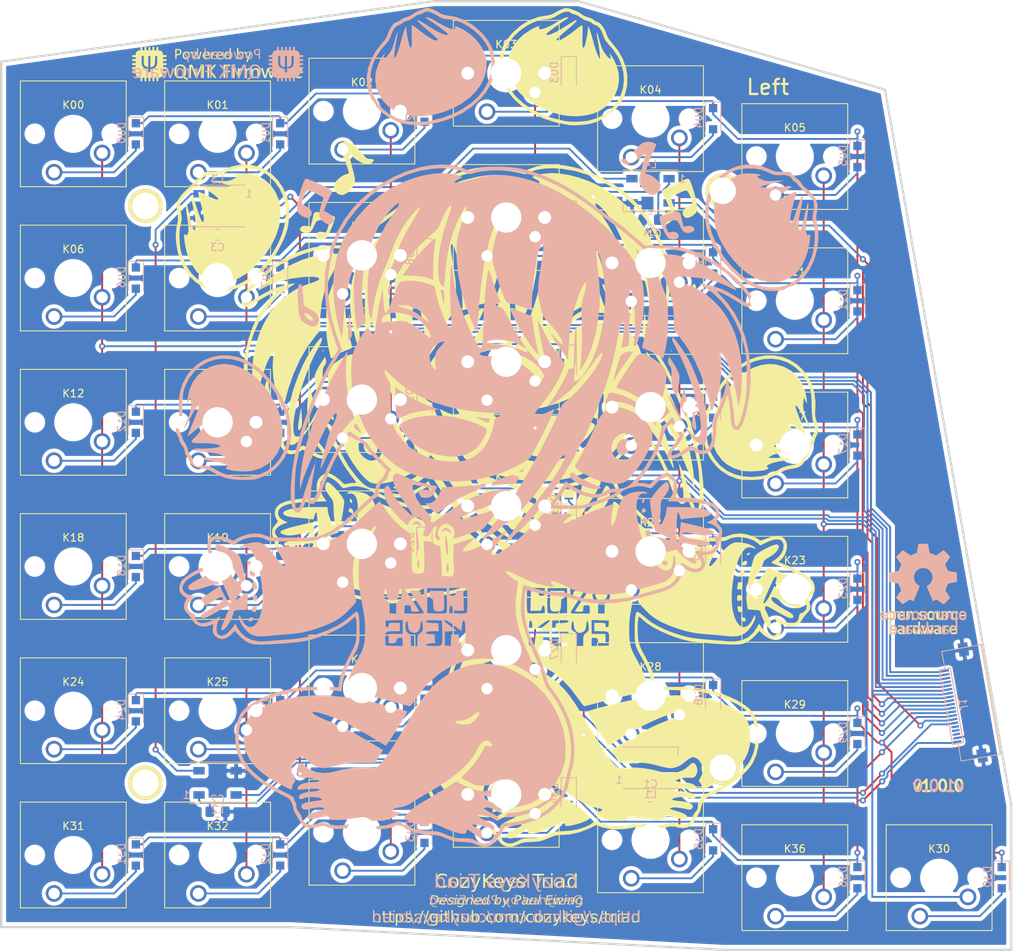
<source format=kicad_pcb>
(kicad_pcb (version 20171130) (host pcbnew 5.1.5+dfsg1-2build2)
  (layers (0 F.Cu signal) (31 B.Cu signal) (34 B.Paste user) (35 F.Paste user) (36 B.SilkS user hide) (37 F.SilkS user hide) (38 B.Mask user) (39 F.Mask user) (44 Edge.Cuts user))
  (net 0 "")
  (net 1 /row0)
  (net 2 /row1)
  (net 3 "Net-(D10-Pad2)")
  (net 4 "Net-(D11-Pad2)")
  (net 5 "Net-(D12-Pad2)")
  (net 6 /row2)
  (net 7 "Net-(D13-Pad2)")
  (net 8 "Net-(D14-Pad2)")
  (net 9 "Net-(D15-Pad2)")
  (net 10 "Net-(D16-Pad2)")
  (net 11 "Net-(D17-Pad2)")
  (net 12 /row3)
  (net 13 "Net-(D18-Pad2)")
  (net 14 "Net-(D19-Pad2)")
  (net 15 "Net-(D20-Pad2)")
  (net 16 "Net-(D21-Pad2)")
  (net 17 "Net-(D22-Pad2)")
  (net 18 "Net-(D23-Pad2)")
  (net 19 "Net-(D24-Pad2)")
  (net 20 /row4)
  (net 21 "Net-(D25-Pad2)")
  (net 22 "Net-(D26-Pad2)")
  (net 23 "Net-(D27-Pad2)")
  (net 24 "Net-(D28-Pad2)")
  (net 25 "Net-(D29-Pad2)")
  (net 26 "Net-(D30-Pad2)")
  (net 27 "Net-(D31-Pad2)")
  (net 28 /row5)
  (net 29 "Net-(D32-Pad2)")
  (net 30 "Net-(D33-Pad2)")
  (net 31 "Net-(D34-Pad2)")
  (net 32 "Net-(D35-Pad2)")
  (net 33 "Net-(D36-Pad2)")
  (net 34 /col0)
  (net 35 /col1)
  (net 36 /col2)
  (net 37 /col3)
  (net 38 /col4)
  (net 39 /col5)
  (net 40 /col6)
  (net 41 GND)
  (net 42 /rgb_out)
  (net 43 /rgb_in)
  (net 44 "Net-(L1-Pad2)")
  (net 45 "Net-(L2-Pad2)")
  (net 46 "Net-(L3-Pad2)")
  (net 47 VCC)
  (net 48 "Net-(J1-Pad16)")
  (net 49 "Net-(J1-Pad17)")
  (net 50 "Net-(J1-Pad18)")
  (net 51 "Net-(D00-Pad2)")
  (net 52 "Net-(D01-Pad2)")
  (net 53 "Net-(D02-Pad2)")
  (net 54 "Net-(D03-Pad2)")
  (net 55 "Net-(D04-Pad2)")
  (net 56 "Net-(D05-Pad2)")
  (net 57 "Net-(D06-Pad2)")
  (net 58 "Net-(D07-Pad2)")
  (net 59 "Net-(D08-Pad2)")
  (net 60 "Net-(D09-Pad2)")
  (module cozy-parts:cozykeys-graphic-small (layer B.Cu) (at 95.25 73.66 180)
    (fp_text reference G*** hide)
    (fp_text value LOGO hide)
  )
  (module cozy-parts:cozykeys-graphic-small (layer F.Cu) (at 95.25 73.66)
    (fp_text reference G*** hide)
    (fp_text value LOGO hide)
  )
  (module oshw-logo-small (layer F.Cu) (at 151.5 95)
    (fp_text reference G1 hide)
    (fp_text value LOGO hide)
  )
  (module oshw-logo-small (layer F.Cu) (at 151.5 95 180)
    (fp_text reference G2 hide)
    (fp_text value LOGO hide)
  )
  (module qmk-badge (layer F.Cu) (at 58.3565 25.654)
    (fp_text reference G3 hide)
    (fp_text value "" hide)
  )
  (module qmk-badge (layer F.Cu) (at 58.3565 25.654 180)
    (fp_text reference G4 hide)
    (fp_text value "" hide)
  )
  (module triad-attribution-small (layer F.Cu) (at 96.45 136)
    (fp_text reference G5 hide)
    (fp_text value LOGO hide)
  )
  (module triad-attribution-small (layer F.Cu) (at 96.45 136 180)
    (fp_text reference G6 hide)
    (fp_text value LOGO hide)
  )
  (module HOLE_M2_SPACER (layer F.Cu) (at 125.025 118.6)
    (fp_text reference H4 hide)
    (fp_text value VAL** hide)
    (pad 1 thru_hole circle (at 0 0) (size 4.5 4.5) (drill 3.5) (layers *.Cu *.Mask F.SilkS))
  )
  (module HOLE_M2_SPACER (layer F.Cu) (at 48.825 120.6)
    (fp_text reference H3 hide)
    (fp_text value VAL** hide)
    (pad 1 thru_hole circle (at 0 0) (size 4.5 4.5) (drill 3.5) (layers *.Cu *.Mask F.SilkS))
  )
  (module HOLE_M2_SPACER (layer F.Cu) (at 125.025 42.4)
    (fp_text reference H2 hide)
    (fp_text value VAL** hide)
    (pad 1 thru_hole circle (at 0 0) (size 4.5 4.5) (drill 3.5) (layers *.Cu *.Mask F.SilkS))
  )
  (module HOLE_M2_SPACER (layer F.Cu) (at 48.825 44.4)
    (fp_text reference H1 hide)
    (fp_text value VAL** hide)
    (pad 1 thru_hole circle (at 0 0) (size 4.5 4.5) (drill 3.5) (layers *.Cu *.Mask F.SilkS))
  )
  (module Diode_SMD:D_SOD-123F (layer B.Cu) (at 47.5625 34.875 270)
    (fp_text reference D00 (at -0.127 1.905 270) (layer B.SilkS) (effects (justify mirror)))
    (fp_text value D_Small)
    (pad 2 smd rect (at 1.4 0 270) (size 1.1 1.1) (layers B.Cu B.Paste B.Mask) (net 51 "Net-(D00-Pad2)"))
    (pad 1 smd rect (at -1.4 0 270) (size 1.1 1.1) (layers B.Cu B.Paste B.Mask) (net 1 /row0))
  )
  (module Diode_SMD:D_SOD-123F (layer B.Cu) (at 66.6125 34.875 270)
    (fp_text reference D01 (at -0.127 1.905 270) (layer B.SilkS) (effects (justify mirror)))
    (fp_text value D_Small)
    (pad 1 smd rect (at -1.4 0 270) (size 1.1 1.1) (layers B.Cu B.Paste B.Mask) (net 1 /row0))
    (pad 2 smd rect (at 1.4 0 270) (size 1.1 1.1) (layers B.Cu B.Paste B.Mask) (net 52 "Net-(D01-Pad2)"))
  )
  (module Diode_SMD:D_SOD-123F (layer B.Cu) (at 85.6625 31.875 270)
    (fp_text reference D02 (at -0.127 1.905 270) (layer B.SilkS) (effects (justify mirror)))
    (fp_text value D_Small)
    (pad 2 smd rect (at 1.4 0 270) (size 1.1 1.1) (layers B.Cu B.Paste B.Mask) (net 53 "Net-(D02-Pad2)"))
    (pad 1 smd rect (at -1.4 0 270) (size 1.1 1.1) (layers B.Cu B.Paste B.Mask) (net 1 /row0))
  )
  (module Diode_SMD:D_SOD-123F (layer B.Cu) (at 104.7125 26.875 270)
    (fp_text reference D03 (at -0.127 1.905 270) (layer B.SilkS) (effects (justify mirror)))
    (fp_text value D_Small)
    (pad 2 smd rect (at 1.4 0 270) (size 1.1 1.1) (layers B.Cu B.Paste B.Mask) (net 54 "Net-(D03-Pad2)"))
    (pad 1 smd rect (at -1.4 0 270) (size 1.1 1.1) (layers B.Cu B.Paste B.Mask) (net 1 /row0))
  )
  (module Diode_SMD:D_SOD-123F (layer B.Cu) (at 123.7625 32.875 270)
    (fp_text reference D04 (at -0.127 1.905 270) (layer B.SilkS) (effects (justify mirror)))
    (fp_text value D_Small)
    (pad 2 smd rect (at 1.4 0 270) (size 1.1 1.1) (layers B.Cu B.Paste B.Mask) (net 55 "Net-(D04-Pad2)"))
    (pad 1 smd rect (at -1.4 0 270) (size 1.1 1.1) (layers B.Cu B.Paste B.Mask) (net 1 /row0))
  )
  (module Diode_SMD:D_SOD-123F (layer B.Cu) (at 142.8125 37.875 270)
    (fp_text reference D05 (at -0.127 1.905 270) (layer B.SilkS) (effects (justify mirror)))
    (fp_text value D_Small)
    (pad 1 smd rect (at -1.4 0 270) (size 1.1 1.1) (layers B.Cu B.Paste B.Mask) (net 1 /row0))
    (pad 2 smd rect (at 1.4 0 270) (size 1.1 1.1) (layers B.Cu B.Paste B.Mask) (net 56 "Net-(D05-Pad2)"))
  )
  (module Diode_SMD:D_SOD-123F (layer B.Cu) (at 47.5625 53.925 270)
    (fp_text reference D06 (at -0.127 1.905 270) (layer B.SilkS) (effects (justify mirror)))
    (fp_text value D_Small)
    (pad 2 smd rect (at 1.4 0 270) (size 1.1 1.1) (layers B.Cu B.Paste B.Mask) (net 57 "Net-(D06-Pad2)"))
    (pad 1 smd rect (at -1.4 0 270) (size 1.1 1.1) (layers B.Cu B.Paste B.Mask) (net 2 /row1))
  )
  (module Diode_SMD:D_SOD-123F (layer B.Cu) (at 66.6125 53.925 270)
    (fp_text reference D07 (at -0.127 1.905 270) (layer B.SilkS) (effects (justify mirror)))
    (fp_text value D_Small)
    (pad 1 smd rect (at -1.4 0 270) (size 1.1 1.1) (layers B.Cu B.Paste B.Mask) (net 2 /row1))
    (pad 2 smd rect (at 1.4 0 270) (size 1.1 1.1) (layers B.Cu B.Paste B.Mask) (net 58 "Net-(D07-Pad2)"))
  )
  (module Diode_SMD:D_SOD-123F (layer B.Cu) (at 85.6625 50.925 270)
    (fp_text reference D08 (at -0.127 1.905 270) (layer B.SilkS) (effects (justify mirror)))
    (fp_text value D_Small)
    (pad 2 smd rect (at 1.4 0 270) (size 1.1 1.1) (layers B.Cu B.Paste B.Mask) (net 59 "Net-(D08-Pad2)"))
    (pad 1 smd rect (at -1.4 0 270) (size 1.1 1.1) (layers B.Cu B.Paste B.Mask) (net 2 /row1))
  )
  (module Diode_SMD:D_SOD-123F (layer B.Cu) (at 104.7125 45.925 270)
    (fp_text reference D09 (at -0.127 1.905 270) (layer B.SilkS) (effects (justify mirror)))
    (fp_text value D_Small)
    (pad 1 smd rect (at -1.4 0 270) (size 1.1 1.1) (layers B.Cu B.Paste B.Mask) (net 2 /row1))
    (pad 2 smd rect (at 1.4 0 270) (size 1.1 1.1) (layers B.Cu B.Paste B.Mask) (net 60 "Net-(D09-Pad2)"))
  )
  (module Diode_SMD:D_SOD-123F (layer B.Cu) (at 123.7625 51.925 270)
    (fp_text reference D10 (at -0.127 1.905 270) (layer B.SilkS) (effects (justify mirror)))
    (fp_text value D_Small)
    (pad 2 smd rect (at 1.4 0 270) (size 1.1 1.1) (layers B.Cu B.Paste B.Mask) (net 3 "Net-(D10-Pad2)"))
    (pad 1 smd rect (at -1.4 0 270) (size 1.1 1.1) (layers B.Cu B.Paste B.Mask) (net 2 /row1))
  )
  (module Diode_SMD:D_SOD-123F (layer B.Cu) (at 142.8125 56.925 270)
    (fp_text reference D11 (at -0.127 1.905 270) (layer B.SilkS) (effects (justify mirror)))
    (fp_text value D_Small)
    (pad 1 smd rect (at -1.4 0 270) (size 1.1 1.1) (layers B.Cu B.Paste B.Mask) (net 2 /row1))
    (pad 2 smd rect (at 1.4 0 270) (size 1.1 1.1) (layers B.Cu B.Paste B.Mask) (net 4 "Net-(D11-Pad2)"))
  )
  (module Diode_SMD:D_SOD-123F (layer B.Cu) (at 47.5625 72.975 270)
    (fp_text reference D12 (at -0.127 1.905 270) (layer B.SilkS) (effects (justify mirror)))
    (fp_text value D_Small)
    (pad 2 smd rect (at 1.4 0 270) (size 1.1 1.1) (layers B.Cu B.Paste B.Mask) (net 5 "Net-(D12-Pad2)"))
    (pad 1 smd rect (at -1.4 0 270) (size 1.1 1.1) (layers B.Cu B.Paste B.Mask) (net 6 /row2))
  )
  (module Diode_SMD:D_SOD-123F (layer B.Cu) (at 66.6125 72.975 270)
    (fp_text reference D13 (at -0.127 1.905 270) (layer B.SilkS) (effects (justify mirror)))
    (fp_text value D_Small)
    (pad 1 smd rect (at -1.4 0 270) (size 1.1 1.1) (layers B.Cu B.Paste B.Mask) (net 6 /row2))
    (pad 2 smd rect (at 1.4 0 270) (size 1.1 1.1) (layers B.Cu B.Paste B.Mask) (net 7 "Net-(D13-Pad2)"))
  )
  (module Diode_SMD:D_SOD-123F (layer B.Cu) (at 85.6625 69.975 270)
    (fp_text reference D14 (at -0.127 1.905 270) (layer B.SilkS) (effects (justify mirror)))
    (fp_text value D_Small)
    (pad 1 smd rect (at -1.4 0 270) (size 1.1 1.1) (layers B.Cu B.Paste B.Mask) (net 6 /row2))
    (pad 2 smd rect (at 1.4 0 270) (size 1.1 1.1) (layers B.Cu B.Paste B.Mask) (net 8 "Net-(D14-Pad2)"))
  )
  (module Diode_SMD:D_SOD-123F (layer B.Cu) (at 104.7125 64.974999 270)
    (fp_text reference D15 (at -0.127 1.905 270) (layer B.SilkS) (effects (justify mirror)))
    (fp_text value D_Small)
    (pad 2 smd rect (at 1.4 0 270) (size 1.1 1.1) (layers B.Cu B.Paste B.Mask) (net 9 "Net-(D15-Pad2)"))
    (pad 1 smd rect (at -1.4 0 270) (size 1.1 1.1) (layers B.Cu B.Paste B.Mask) (net 6 /row2))
  )
  (module Diode_SMD:D_SOD-123F (layer B.Cu) (at 123.7625 70.975 270)
    (fp_text reference D16 (at -0.127 1.905 270) (layer B.SilkS) (effects (justify mirror)))
    (fp_text value D_Small)
    (pad 1 smd rect (at -1.4 0 270) (size 1.1 1.1) (layers B.Cu B.Paste B.Mask) (net 6 /row2))
    (pad 2 smd rect (at 1.4 0 270) (size 1.1 1.1) (layers B.Cu B.Paste B.Mask) (net 10 "Net-(D16-Pad2)"))
  )
  (module Diode_SMD:D_SOD-123F (layer B.Cu) (at 142.8125 75.975 270)
    (fp_text reference D17 (at -0.127 1.905 270) (layer B.SilkS) (effects (justify mirror)))
    (fp_text value D_Small)
    (pad 2 smd rect (at 1.4 0 270) (size 1.1 1.1) (layers B.Cu B.Paste B.Mask) (net 11 "Net-(D17-Pad2)"))
    (pad 1 smd rect (at -1.4 0 270) (size 1.1 1.1) (layers B.Cu B.Paste B.Mask) (net 6 /row2))
  )
  (module Diode_SMD:D_SOD-123F (layer B.Cu) (at 47.5625 92.025 270)
    (fp_text reference D18 (at -0.127 1.905 270) (layer B.SilkS) (effects (justify mirror)))
    (fp_text value D_Small)
    (pad 2 smd rect (at 1.4 0 270) (size 1.1 1.1) (layers B.Cu B.Paste B.Mask) (net 13 "Net-(D18-Pad2)"))
    (pad 1 smd rect (at -1.4 0 270) (size 1.1 1.1) (layers B.Cu B.Paste B.Mask) (net 12 /row3))
  )
  (module Diode_SMD:D_SOD-123F (layer B.Cu) (at 66.6125 92.025 270)
    (fp_text reference D19 (at -0.127 1.905 270) (layer B.SilkS) (effects (justify mirror)))
    (fp_text value D_Small)
    (pad 1 smd rect (at -1.4 0 270) (size 1.1 1.1) (layers B.Cu B.Paste B.Mask) (net 12 /row3))
    (pad 2 smd rect (at 1.4 0 270) (size 1.1 1.1) (layers B.Cu B.Paste B.Mask) (net 14 "Net-(D19-Pad2)"))
  )
  (module Diode_SMD:D_SOD-123F (layer B.Cu) (at 85.6625 89.025 270)
    (fp_text reference D20 (at -0.127 1.905 270) (layer B.SilkS) (effects (justify mirror)))
    (fp_text value D_Small)
    (pad 1 smd rect (at -1.4 0 270) (size 1.1 1.1) (layers B.Cu B.Paste B.Mask) (net 12 /row3))
    (pad 2 smd rect (at 1.4 0 270) (size 1.1 1.1) (layers B.Cu B.Paste B.Mask) (net 15 "Net-(D20-Pad2)"))
  )
  (module Diode_SMD:D_SOD-123F (layer B.Cu) (at 104.7125 84.025 270)
    (fp_text reference D21 (at -0.127 1.905 270) (layer B.SilkS) (effects (justify mirror)))
    (fp_text value D_Small)
    (pad 2 smd rect (at 1.4 0 270) (size 1.1 1.1) (layers B.Cu B.Paste B.Mask) (net 16 "Net-(D21-Pad2)"))
    (pad 1 smd rect (at -1.4 0 270) (size 1.1 1.1) (layers B.Cu B.Paste B.Mask) (net 12 /row3))
  )
  (module Diode_SMD:D_SOD-123F (layer B.Cu) (at 123.7625 90.025 270)
    (fp_text reference D22 (at -0.127 1.905 270) (layer B.SilkS) (effects (justify mirror)))
    (fp_text value D_Small)
    (pad 1 smd rect (at -1.4 0 270) (size 1.1 1.1) (layers B.Cu B.Paste B.Mask) (net 12 /row3))
    (pad 2 smd rect (at 1.4 0 270) (size 1.1 1.1) (layers B.Cu B.Paste B.Mask) (net 17 "Net-(D22-Pad2)"))
  )
  (module Diode_SMD:D_SOD-123F (layer B.Cu) (at 142.8125 95.025 270)
    (fp_text reference D23 (at -0.127 1.905 270) (layer B.SilkS) (effects (justify mirror)))
    (fp_text value D_Small)
    (pad 2 smd rect (at 1.4 0 270) (size 1.1 1.1) (layers B.Cu B.Paste B.Mask) (net 18 "Net-(D23-Pad2)"))
    (pad 1 smd rect (at -1.4 0 270) (size 1.1 1.1) (layers B.Cu B.Paste B.Mask) (net 12 /row3))
  )
  (module Diode_SMD:D_SOD-123F (layer B.Cu) (at 47.5625 111.075 270)
    (fp_text reference D24 (at -0.127 1.905 270) (layer B.SilkS) (effects (justify mirror)))
    (fp_text value D_Small)
    (pad 1 smd rect (at -1.4 0 270) (size 1.1 1.1) (layers B.Cu B.Paste B.Mask) (net 20 /row4))
    (pad 2 smd rect (at 1.4 0 270) (size 1.1 1.1) (layers B.Cu B.Paste B.Mask) (net 19 "Net-(D24-Pad2)"))
  )
  (module Diode_SMD:D_SOD-123F (layer B.Cu) (at 66.6125 111.075 270)
    (fp_text reference D25 (at -0.127 1.905 270) (layer B.SilkS) (effects (justify mirror)))
    (fp_text value D_Small)
    (pad 2 smd rect (at 1.4 0 270) (size 1.1 1.1) (layers B.Cu B.Paste B.Mask) (net 21 "Net-(D25-Pad2)"))
    (pad 1 smd rect (at -1.4 0 270) (size 1.1 1.1) (layers B.Cu B.Paste B.Mask) (net 20 /row4))
  )
  (module Diode_SMD:D_SOD-123F (layer B.Cu) (at 85.6625 108.075 270)
    (fp_text reference D26 (at -0.127 1.905 270) (layer B.SilkS) (effects (justify mirror)))
    (fp_text value D_Small)
    (pad 1 smd rect (at -1.4 0 270) (size 1.1 1.1) (layers B.Cu B.Paste B.Mask) (net 20 /row4))
    (pad 2 smd rect (at 1.4 0 270) (size 1.1 1.1) (layers B.Cu B.Paste B.Mask) (net 22 "Net-(D26-Pad2)"))
  )
  (module Diode_SMD:D_SOD-123F (layer B.Cu) (at 104.7125 103.075 270)
    (fp_text reference D27 (at -0.127 1.905 270) (layer B.SilkS) (effects (justify mirror)))
    (fp_text value D_Small)
    (pad 2 smd rect (at 1.4 0 270) (size 1.1 1.1) (layers B.Cu B.Paste B.Mask) (net 23 "Net-(D27-Pad2)"))
    (pad 1 smd rect (at -1.4 0 270) (size 1.1 1.1) (layers B.Cu B.Paste B.Mask) (net 20 /row4))
  )
  (module Diode_SMD:D_SOD-123F (layer B.Cu) (at 123.7625 109.075 270)
    (fp_text reference D28 (at -0.127 1.905 270) (layer B.SilkS) (effects (justify mirror)))
    (fp_text value D_Small)
    (pad 1 smd rect (at -1.4 0 270) (size 1.1 1.1) (layers B.Cu B.Paste B.Mask) (net 20 /row4))
    (pad 2 smd rect (at 1.4 0 270) (size 1.1 1.1) (layers B.Cu B.Paste B.Mask) (net 24 "Net-(D28-Pad2)"))
  )
  (module Diode_SMD:D_SOD-123F (layer B.Cu) (at 142.8125 114.075 270)
    (fp_text reference D29 (at -0.127 1.905 270) (layer B.SilkS) (effects (justify mirror)))
    (fp_text value D_Small)
    (pad 2 smd rect (at 1.4 0 270) (size 1.1 1.1) (layers B.Cu B.Paste B.Mask) (net 25 "Net-(D29-Pad2)"))
    (pad 1 smd rect (at -1.4 0 270) (size 1.1 1.1) (layers B.Cu B.Paste B.Mask) (net 20 /row4))
  )
  (module Diode_SMD:D_SOD-123F (layer B.Cu) (at 161.862499 133.125 270)
    (fp_text reference D30 (at -0.127 1.905 270) (layer B.SilkS) (effects (justify mirror)))
    (fp_text value D_Small)
    (pad 1 smd rect (at -1.4 0 270) (size 1.1 1.1) (layers B.Cu B.Paste B.Mask) (net 20 /row4))
    (pad 2 smd rect (at 1.4 0 270) (size 1.1 1.1) (layers B.Cu B.Paste B.Mask) (net 26 "Net-(D30-Pad2)"))
  )
  (module Diode_SMD:D_SOD-123F (layer B.Cu) (at 47.5625 130.125 270)
    (fp_text reference D31 (at -0.127 1.905 270) (layer B.SilkS) (effects (justify mirror)))
    (fp_text value D_Small)
    (pad 1 smd rect (at -1.4 0 270) (size 1.1 1.1) (layers B.Cu B.Paste B.Mask) (net 28 /row5))
    (pad 2 smd rect (at 1.4 0 270) (size 1.1 1.1) (layers B.Cu B.Paste B.Mask) (net 27 "Net-(D31-Pad2)"))
  )
  (module Diode_SMD:D_SOD-123F (layer B.Cu) (at 66.6125 130.125 270)
    (fp_text reference D32 (at -0.127 1.905 270) (layer B.SilkS) (effects (justify mirror)))
    (fp_text value D_Small)
    (pad 2 smd rect (at 1.4 0 270) (size 1.1 1.1) (layers B.Cu B.Paste B.Mask) (net 29 "Net-(D32-Pad2)"))
    (pad 1 smd rect (at -1.4 0 270) (size 1.1 1.1) (layers B.Cu B.Paste B.Mask) (net 28 /row5))
  )
  (module Diode_SMD:D_SOD-123F (layer B.Cu) (at 85.6625 127.125 270)
    (fp_text reference D33 (at -0.127 1.905 270) (layer B.SilkS) (effects (justify mirror)))
    (fp_text value D_Small)
    (pad 1 smd rect (at -1.4 0 270) (size 1.1 1.1) (layers B.Cu B.Paste B.Mask) (net 28 /row5))
    (pad 2 smd rect (at 1.4 0 270) (size 1.1 1.1) (layers B.Cu B.Paste B.Mask) (net 30 "Net-(D33-Pad2)"))
  )
  (module Diode_SMD:D_SOD-123F (layer B.Cu) (at 104.7125 122.125 270)
    (fp_text reference D34 (at -0.127 1.905 270) (layer B.SilkS) (effects (justify mirror)))
    (fp_text value D_Small)
    (pad 2 smd rect (at 1.4 0 270) (size 1.1 1.1) (layers B.Cu B.Paste B.Mask) (net 31 "Net-(D34-Pad2)"))
    (pad 1 smd rect (at -1.4 0 270) (size 1.1 1.1) (layers B.Cu B.Paste B.Mask) (net 28 /row5))
  )
  (module Diode_SMD:D_SOD-123F (layer B.Cu) (at 123.7625 128.125 270)
    (fp_text reference D35 (at -0.127 1.905 270) (layer B.SilkS) (effects (justify mirror)))
    (fp_text value D_Small)
    (pad 1 smd rect (at -1.4 0 270) (size 1.1 1.1) (layers B.Cu B.Paste B.Mask) (net 28 /row5))
    (pad 2 smd rect (at 1.4 0 270) (size 1.1 1.1) (layers B.Cu B.Paste B.Mask) (net 32 "Net-(D35-Pad2)"))
  )
  (module Diode_SMD:D_SOD-123F (layer B.Cu) (at 142.8125 133.125 270)
    (fp_text reference D36 (at -0.127 1.905 270) (layer B.SilkS) (effects (justify mirror)))
    (fp_text value D_Small)
    (pad 2 smd rect (at 1.4 0 270) (size 1.1 1.1) (layers B.Cu B.Paste B.Mask) (net 33 "Net-(D36-Pad2)"))
    (pad 1 smd rect (at -1.4 0 270) (size 1.1 1.1) (layers B.Cu B.Paste B.Mask) (net 28 /row5))
  )
  (module cozy-parts:MX_1.00u (layer F.Cu) (at 39.3 34.875 180)
    (fp_text reference K00 (at 0 3.81 180) (layer F.SilkS))
    (fp_text value MX)
    (pad 1 thru_hole circle (at 2.54 -5.08 180) (size 2.2 2.2) (drill 1.5) (layers *.Cu *.Mask) (net 51 "Net-(D00-Pad2)"))
    (pad 2 thru_hole circle (at -3.81 -2.54 180) (size 2.2 2.2) (drill 1.5) (layers *.Cu *.Mask) (net 34 /col0))
    (pad "" np_thru_hole circle (at 0 0 180) (size 4 4) (drill 4) (layers *.Cu *.Mask))
    (pad "" np_thru_hole circle (at -5.08 0 180) (size 1.7 1.7) (drill 1.7) (layers *.Cu *.Mask))
    (pad "" np_thru_hole circle (at 5.08 0 180) (size 1.7 1.7) (drill 1.7) (layers *.Cu *.Mask))
  )
  (module cozy-parts:MX_1.00u (layer F.Cu) (at 58.35 34.875 180)
    (fp_text reference K01 (at 0 3.81 180) (layer F.SilkS))
    (fp_text value MX)
    (pad "" np_thru_hole circle (at 5.08 0 180) (size 1.7 1.7) (drill 1.7) (layers *.Cu *.Mask))
    (pad "" np_thru_hole circle (at -5.08 0 180) (size 1.7 1.7) (drill 1.7) (layers *.Cu *.Mask))
    (pad "" np_thru_hole circle (at 0 0 180) (size 4 4) (drill 4) (layers *.Cu *.Mask))
    (pad 2 thru_hole circle (at -3.81 -2.54 180) (size 2.2 2.2) (drill 1.5) (layers *.Cu *.Mask) (net 35 /col1))
    (pad 1 thru_hole circle (at 2.54 -5.08 180) (size 2.2 2.2) (drill 1.5) (layers *.Cu *.Mask) (net 52 "Net-(D01-Pad2)"))
  )
  (module cozy-parts:MX_1.00u (layer F.Cu) (at 77.4 31.875 180)
    (fp_text reference K02 (at 0 3.81 180) (layer F.SilkS))
    (fp_text value MX)
    (pad 1 thru_hole circle (at 2.54 -5.08 180) (size 2.2 2.2) (drill 1.5) (layers *.Cu *.Mask) (net 53 "Net-(D02-Pad2)"))
    (pad 2 thru_hole circle (at -3.81 -2.54 180) (size 2.2 2.2) (drill 1.5) (layers *.Cu *.Mask) (net 36 /col2))
    (pad "" np_thru_hole circle (at 0 0 180) (size 4 4) (drill 4) (layers *.Cu *.Mask))
    (pad "" np_thru_hole circle (at -5.08 0 180) (size 1.7 1.7) (drill 1.7) (layers *.Cu *.Mask))
    (pad "" np_thru_hole circle (at 5.08 0 180) (size 1.7 1.7) (drill 1.7) (layers *.Cu *.Mask))
  )
  (module cozy-parts:MX_1.00u (layer F.Cu) (at 96.45 26.875 180)
    (fp_text reference K03 (at 0 3.81 180) (layer F.SilkS))
    (fp_text value MX)
    (pad "" np_thru_hole circle (at 5.08 0 180) (size 1.7 1.7) (drill 1.7) (layers *.Cu *.Mask))
    (pad "" np_thru_hole circle (at -5.08 0 180) (size 1.7 1.7) (drill 1.7) (layers *.Cu *.Mask))
    (pad "" np_thru_hole circle (at 0 0 180) (size 4 4) (drill 4) (layers *.Cu *.Mask))
    (pad 2 thru_hole circle (at -3.81 -2.54 180) (size 2.2 2.2) (drill 1.5) (layers *.Cu *.Mask) (net 37 /col3))
    (pad 1 thru_hole circle (at 2.54 -5.08 180) (size 2.2 2.2) (drill 1.5) (layers *.Cu *.Mask) (net 54 "Net-(D03-Pad2)"))
  )
  (module cozy-parts:MX_1.00u (layer F.Cu) (at 115.5 32.875 180)
    (fp_text reference K04 (at 0 3.81 180) (layer F.SilkS))
    (fp_text value MX)
    (pad 1 thru_hole circle (at 2.54 -5.08 180) (size 2.2 2.2) (drill 1.5) (layers *.Cu *.Mask) (net 55 "Net-(D04-Pad2)"))
    (pad 2 thru_hole circle (at -3.81 -2.54 180) (size 2.2 2.2) (drill 1.5) (layers *.Cu *.Mask) (net 38 /col4))
    (pad "" np_thru_hole circle (at 0 0 180) (size 4 4) (drill 4) (layers *.Cu *.Mask))
    (pad "" np_thru_hole circle (at -5.08 0 180) (size 1.7 1.7) (drill 1.7) (layers *.Cu *.Mask))
    (pad "" np_thru_hole circle (at 5.08 0 180) (size 1.7 1.7) (drill 1.7) (layers *.Cu *.Mask))
  )
  (module cozy-parts:MX_1.00u (layer F.Cu) (at 134.55 37.875 180)
    (fp_text reference K05 (at 0 3.81 180) (layer F.SilkS))
    (fp_text value MX)
    (pad "" np_thru_hole circle (at 5.08 0 180) (size 1.7 1.7) (drill 1.7) (layers *.Cu *.Mask))
    (pad "" np_thru_hole circle (at -5.08 0 180) (size 1.7 1.7) (drill 1.7) (layers *.Cu *.Mask))
    (pad "" np_thru_hole circle (at 0 0 180) (size 4 4) (drill 4) (layers *.Cu *.Mask))
    (pad 2 thru_hole circle (at -3.81 -2.54 180) (size 2.2 2.2) (drill 1.5) (layers *.Cu *.Mask) (net 39 /col5))
    (pad 1 thru_hole circle (at 2.54 -5.08 180) (size 2.2 2.2) (drill 1.5) (layers *.Cu *.Mask) (net 56 "Net-(D05-Pad2)"))
  )
  (module cozy-parts:MX_1.00u (layer F.Cu) (at 39.3 53.925 180)
    (fp_text reference K06 (at 0 3.81 180) (layer F.SilkS))
    (fp_text value MX)
    (pad 1 thru_hole circle (at 2.54 -5.08 180) (size 2.2 2.2) (drill 1.5) (layers *.Cu *.Mask) (net 57 "Net-(D06-Pad2)"))
    (pad 2 thru_hole circle (at -3.81 -2.54 180) (size 2.2 2.2) (drill 1.5) (layers *.Cu *.Mask) (net 34 /col0))
    (pad "" np_thru_hole circle (at 0 0 180) (size 4 4) (drill 4) (layers *.Cu *.Mask))
    (pad "" np_thru_hole circle (at -5.08 0 180) (size 1.7 1.7) (drill 1.7) (layers *.Cu *.Mask))
    (pad "" np_thru_hole circle (at 5.08 0 180) (size 1.7 1.7) (drill 1.7) (layers *.Cu *.Mask))
  )
  (module cozy-parts:MX_1.00u (layer F.Cu) (at 58.35 53.925 180)
    (fp_text reference K07 (at 0 3.81 180) (layer F.SilkS))
    (fp_text value MX)
    (pad "" np_thru_hole circle (at 5.08 0 180) (size 1.7 1.7) (drill 1.7) (layers *.Cu *.Mask))
    (pad "" np_thru_hole circle (at -5.08 0 180) (size 1.7 1.7) (drill 1.7) (layers *.Cu *.Mask))
    (pad "" np_thru_hole circle (at 0 0 180) (size 4 4) (drill 4) (layers *.Cu *.Mask))
    (pad 2 thru_hole circle (at -3.81 -2.54 180) (size 2.2 2.2) (drill 1.5) (layers *.Cu *.Mask) (net 35 /col1))
    (pad 1 thru_hole circle (at 2.54 -5.08 180) (size 2.2 2.2) (drill 1.5) (layers *.Cu *.Mask) (net 58 "Net-(D07-Pad2)"))
  )
  (module cozy-parts:MX_1.00u (layer F.Cu) (at 77.4 50.925 180)
    (fp_text reference K08 (at 0 3.81 180) (layer F.SilkS))
    (fp_text value MX)
    (pad 1 thru_hole circle (at 2.54 -5.08 180) (size 2.2 2.2) (drill 1.5) (layers *.Cu *.Mask) (net 59 "Net-(D08-Pad2)"))
    (pad 2 thru_hole circle (at -3.81 -2.54 180) (size 2.2 2.2) (drill 1.5) (layers *.Cu *.Mask) (net 36 /col2))
    (pad "" np_thru_hole circle (at 0 0 180) (size 4 4) (drill 4) (layers *.Cu *.Mask))
    (pad "" np_thru_hole circle (at -5.08 0 180) (size 1.7 1.7) (drill 1.7) (layers *.Cu *.Mask))
    (pad "" np_thru_hole circle (at 5.08 0 180) (size 1.7 1.7) (drill 1.7) (layers *.Cu *.Mask))
  )
  (module cozy-parts:MX_1.00u (layer F.Cu) (at 96.45 45.925 180)
    (fp_text reference K09 (at 0 3.81 180) (layer F.SilkS))
    (fp_text value MX)
    (pad "" np_thru_hole circle (at 5.08 0 180) (size 1.7 1.7) (drill 1.7) (layers *.Cu *.Mask))
    (pad "" np_thru_hole circle (at -5.08 0 180) (size 1.7 1.7) (drill 1.7) (layers *.Cu *.Mask))
    (pad "" np_thru_hole circle (at 0 0 180) (size 4 4) (drill 4) (layers *.Cu *.Mask))
    (pad 2 thru_hole circle (at -3.81 -2.54 180) (size 2.2 2.2) (drill 1.5) (layers *.Cu *.Mask) (net 37 /col3))
    (pad 1 thru_hole circle (at 2.54 -5.08 180) (size 2.2 2.2) (drill 1.5) (layers *.Cu *.Mask) (net 60 "Net-(D09-Pad2)"))
  )
  (module cozy-parts:MX_1.00u (layer F.Cu) (at 115.5 51.925 180)
    (fp_text reference K10 (at 0 3.81 180) (layer F.SilkS))
    (fp_text value MX)
    (pad 1 thru_hole circle (at 2.54 -5.08 180) (size 2.2 2.2) (drill 1.5) (layers *.Cu *.Mask) (net 3 "Net-(D10-Pad2)"))
    (pad 2 thru_hole circle (at -3.81 -2.54 180) (size 2.2 2.2) (drill 1.5) (layers *.Cu *.Mask) (net 38 /col4))
    (pad "" np_thru_hole circle (at 0 0 180) (size 4 4) (drill 4) (layers *.Cu *.Mask))
    (pad "" np_thru_hole circle (at -5.08 0 180) (size 1.7 1.7) (drill 1.7) (layers *.Cu *.Mask))
    (pad "" np_thru_hole circle (at 5.08 0 180) (size 1.7 1.7) (drill 1.7) (layers *.Cu *.Mask))
  )
  (module cozy-parts:MX_1.00u (layer F.Cu) (at 134.55 56.925 180)
    (fp_text reference K11 (at 0 3.81 180) (layer F.SilkS))
    (fp_text value MX)
    (pad "" np_thru_hole circle (at 5.08 0 180) (size 1.7 1.7) (drill 1.7) (layers *.Cu *.Mask))
    (pad "" np_thru_hole circle (at -5.08 0 180) (size 1.7 1.7) (drill 1.7) (layers *.Cu *.Mask))
    (pad "" np_thru_hole circle (at 0 0 180) (size 4 4) (drill 4) (layers *.Cu *.Mask))
    (pad 2 thru_hole circle (at -3.81 -2.54 180) (size 2.2 2.2) (drill 1.5) (layers *.Cu *.Mask) (net 39 /col5))
    (pad 1 thru_hole circle (at 2.54 -5.08 180) (size 2.2 2.2) (drill 1.5) (layers *.Cu *.Mask) (net 4 "Net-(D11-Pad2)"))
  )
  (module cozy-parts:MX_1.00u (layer F.Cu) (at 39.3 72.975 180)
    (fp_text reference K12 (at 0 3.81 180) (layer F.SilkS))
    (fp_text value MX)
    (pad 1 thru_hole circle (at 2.54 -5.08 180) (size 2.2 2.2) (drill 1.5) (layers *.Cu *.Mask) (net 5 "Net-(D12-Pad2)"))
    (pad 2 thru_hole circle (at -3.81 -2.54 180) (size 2.2 2.2) (drill 1.5) (layers *.Cu *.Mask) (net 34 /col0))
    (pad "" np_thru_hole circle (at 0 0 180) (size 4 4) (drill 4) (layers *.Cu *.Mask))
    (pad "" np_thru_hole circle (at -5.08 0 180) (size 1.7 1.7) (drill 1.7) (layers *.Cu *.Mask))
    (pad "" np_thru_hole circle (at 5.08 0 180) (size 1.7 1.7) (drill 1.7) (layers *.Cu *.Mask))
  )
  (module cozy-parts:MX_1.00u (layer F.Cu) (at 58.35 72.975 180)
    (fp_text reference K13 (at 0 3.81 180) (layer F.SilkS))
    (fp_text value MX)
    (pad "" np_thru_hole circle (at 5.08 0 180) (size 1.7 1.7) (drill 1.7) (layers *.Cu *.Mask))
    (pad "" np_thru_hole circle (at -5.08 0 180) (size 1.7 1.7) (drill 1.7) (layers *.Cu *.Mask))
    (pad "" np_thru_hole circle (at 0 0 180) (size 4 4) (drill 4) (layers *.Cu *.Mask))
    (pad 2 thru_hole circle (at -3.81 -2.54 180) (size 2.2 2.2) (drill 1.5) (layers *.Cu *.Mask) (net 35 /col1))
    (pad 1 thru_hole circle (at 2.54 -5.08 180) (size 2.2 2.2) (drill 1.5) (layers *.Cu *.Mask) (net 7 "Net-(D13-Pad2)"))
  )
  (module cozy-parts:MX_1.00u (layer F.Cu) (at 77.4 69.975 180)
    (fp_text reference K14 (at 0 3.81 180) (layer F.SilkS))
    (fp_text value MX)
    (pad 1 thru_hole circle (at 2.54 -5.08 180) (size 2.2 2.2) (drill 1.5) (layers *.Cu *.Mask) (net 8 "Net-(D14-Pad2)"))
    (pad 2 thru_hole circle (at -3.81 -2.54 180) (size 2.2 2.2) (drill 1.5) (layers *.Cu *.Mask) (net 36 /col2))
    (pad "" np_thru_hole circle (at 0 0 180) (size 4 4) (drill 4) (layers *.Cu *.Mask))
    (pad "" np_thru_hole circle (at -5.08 0 180) (size 1.7 1.7) (drill 1.7) (layers *.Cu *.Mask))
    (pad "" np_thru_hole circle (at 5.08 0 180) (size 1.7 1.7) (drill 1.7) (layers *.Cu *.Mask))
  )
  (module cozy-parts:MX_1.00u (layer F.Cu) (at 96.45 64.974999 180)
    (fp_text reference K15 (at 0 3.81 180) (layer F.SilkS))
    (fp_text value MX)
    (pad "" np_thru_hole circle (at 5.08 0 180) (size 1.7 1.7) (drill 1.7) (layers *.Cu *.Mask))
    (pad "" np_thru_hole circle (at -5.08 0 180) (size 1.7 1.7) (drill 1.7) (layers *.Cu *.Mask))
    (pad "" np_thru_hole circle (at 0 0 180) (size 4 4) (drill 4) (layers *.Cu *.Mask))
    (pad 2 thru_hole circle (at -3.81 -2.54 180) (size 2.2 2.2) (drill 1.5) (layers *.Cu *.Mask) (net 37 /col3))
    (pad 1 thru_hole circle (at 2.54 -5.08 180) (size 2.2 2.2) (drill 1.5) (layers *.Cu *.Mask) (net 9 "Net-(D15-Pad2)"))
  )
  (module cozy-parts:MX_1.00u (layer F.Cu) (at 115.5 70.975 180)
    (fp_text reference K16 (at 0 3.81 180) (layer F.SilkS))
    (fp_text value MX)
    (pad 1 thru_hole circle (at 2.54 -5.08 180) (size 2.2 2.2) (drill 1.5) (layers *.Cu *.Mask) (net 10 "Net-(D16-Pad2)"))
    (pad 2 thru_hole circle (at -3.81 -2.54 180) (size 2.2 2.2) (drill 1.5) (layers *.Cu *.Mask) (net 38 /col4))
    (pad "" np_thru_hole circle (at 0 0 180) (size 4 4) (drill 4) (layers *.Cu *.Mask))
    (pad "" np_thru_hole circle (at -5.08 0 180) (size 1.7 1.7) (drill 1.7) (layers *.Cu *.Mask))
    (pad "" np_thru_hole circle (at 5.08 0 180) (size 1.7 1.7) (drill 1.7) (layers *.Cu *.Mask))
  )
  (module cozy-parts:MX_1.00u (layer F.Cu) (at 134.55 75.975 180)
    (fp_text reference K17 (at 0 3.81 180) (layer F.SilkS))
    (fp_text value MX)
    (pad "" np_thru_hole circle (at 5.08 0 180) (size 1.7 1.7) (drill 1.7) (layers *.Cu *.Mask))
    (pad "" np_thru_hole circle (at -5.08 0 180) (size 1.7 1.7) (drill 1.7) (layers *.Cu *.Mask))
    (pad "" np_thru_hole circle (at 0 0 180) (size 4 4) (drill 4) (layers *.Cu *.Mask))
    (pad 2 thru_hole circle (at -3.81 -2.54 180) (size 2.2 2.2) (drill 1.5) (layers *.Cu *.Mask) (net 39 /col5))
    (pad 1 thru_hole circle (at 2.54 -5.08 180) (size 2.2 2.2) (drill 1.5) (layers *.Cu *.Mask) (net 11 "Net-(D17-Pad2)"))
  )
  (module cozy-parts:MX_1.00u (layer F.Cu) (at 39.3 92.025 180)
    (fp_text reference K18 (at 0 3.81 180) (layer F.SilkS))
    (fp_text value MX)
    (pad 1 thru_hole circle (at 2.54 -5.08 180) (size 2.2 2.2) (drill 1.5) (layers *.Cu *.Mask) (net 13 "Net-(D18-Pad2)"))
    (pad 2 thru_hole circle (at -3.81 -2.54 180) (size 2.2 2.2) (drill 1.5) (layers *.Cu *.Mask) (net 34 /col0))
    (pad "" np_thru_hole circle (at 0 0 180) (size 4 4) (drill 4) (layers *.Cu *.Mask))
    (pad "" np_thru_hole circle (at -5.08 0 180) (size 1.7 1.7) (drill 1.7) (layers *.Cu *.Mask))
    (pad "" np_thru_hole circle (at 5.08 0 180) (size 1.7 1.7) (drill 1.7) (layers *.Cu *.Mask))
  )
  (module cozy-parts:MX_1.00u (layer F.Cu) (at 58.35 92.025 180)
    (fp_text reference K19 (at 0 3.81 180) (layer F.SilkS))
    (fp_text value MX)
    (pad 1 thru_hole circle (at 2.54 -5.08 180) (size 2.2 2.2) (drill 1.5) (layers *.Cu *.Mask) (net 14 "Net-(D19-Pad2)"))
    (pad 2 thru_hole circle (at -3.81 -2.54 180) (size 2.2 2.2) (drill 1.5) (layers *.Cu *.Mask) (net 35 /col1))
    (pad "" np_thru_hole circle (at 0 0 180) (size 4 4) (drill 4) (layers *.Cu *.Mask))
    (pad "" np_thru_hole circle (at -5.08 0 180) (size 1.7 1.7) (drill 1.7) (layers *.Cu *.Mask))
    (pad "" np_thru_hole circle (at 5.08 0 180) (size 1.7 1.7) (drill 1.7) (layers *.Cu *.Mask))
  )
  (module cozy-parts:MX_1.00u (layer F.Cu) (at 77.4 89.025 180)
    (fp_text reference K20 (at 0 3.81 180) (layer F.SilkS))
    (fp_text value MX)
    (pad "" np_thru_hole circle (at 5.08 0 180) (size 1.7 1.7) (drill 1.7) (layers *.Cu *.Mask))
    (pad "" np_thru_hole circle (at -5.08 0 180) (size 1.7 1.7) (drill 1.7) (layers *.Cu *.Mask))
    (pad "" np_thru_hole circle (at 0 0 180) (size 4 4) (drill 4) (layers *.Cu *.Mask))
    (pad 2 thru_hole circle (at -3.81 -2.54 180) (size 2.2 2.2) (drill 1.5) (layers *.Cu *.Mask) (net 36 /col2))
    (pad 1 thru_hole circle (at 2.54 -5.08 180) (size 2.2 2.2) (drill 1.5) (layers *.Cu *.Mask) (net 15 "Net-(D20-Pad2)"))
  )
  (module cozy-parts:MX_1.00u (layer F.Cu) (at 96.45 84.025 180)
    (fp_text reference K21 (at 0 3.81 180) (layer F.SilkS))
    (fp_text value MX)
    (pad 1 thru_hole circle (at 2.54 -5.08 180) (size 2.2 2.2) (drill 1.5) (layers *.Cu *.Mask) (net 16 "Net-(D21-Pad2)"))
    (pad 2 thru_hole circle (at -3.81 -2.54 180) (size 2.2 2.2) (drill 1.5) (layers *.Cu *.Mask) (net 37 /col3))
    (pad "" np_thru_hole circle (at 0 0 180) (size 4 4) (drill 4) (layers *.Cu *.Mask))
    (pad "" np_thru_hole circle (at -5.08 0 180) (size 1.7 1.7) (drill 1.7) (layers *.Cu *.Mask))
    (pad "" np_thru_hole circle (at 5.08 0 180) (size 1.7 1.7) (drill 1.7) (layers *.Cu *.Mask))
  )
  (module cozy-parts:MX_1.00u (layer F.Cu) (at 115.5 90.025 180)
    (fp_text reference K22 (at 0 3.81 180) (layer F.SilkS))
    (fp_text value MX)
    (pad "" np_thru_hole circle (at 5.08 0 180) (size 1.7 1.7) (drill 1.7) (layers *.Cu *.Mask))
    (pad "" np_thru_hole circle (at -5.08 0 180) (size 1.7 1.7) (drill 1.7) (layers *.Cu *.Mask))
    (pad "" np_thru_hole circle (at 0 0 180) (size 4 4) (drill 4) (layers *.Cu *.Mask))
    (pad 2 thru_hole circle (at -3.81 -2.54 180) (size 2.2 2.2) (drill 1.5) (layers *.Cu *.Mask) (net 38 /col4))
    (pad 1 thru_hole circle (at 2.54 -5.08 180) (size 2.2 2.2) (drill 1.5) (layers *.Cu *.Mask) (net 17 "Net-(D22-Pad2)"))
  )
  (module cozy-parts:MX_1.00u (layer F.Cu) (at 134.55 95.025 180)
    (fp_text reference K23 (at 0 3.81 180) (layer F.SilkS))
    (fp_text value MX)
    (pad 1 thru_hole circle (at 2.54 -5.08 180) (size 2.2 2.2) (drill 1.5) (layers *.Cu *.Mask) (net 18 "Net-(D23-Pad2)"))
    (pad 2 thru_hole circle (at -3.81 -2.54 180) (size 2.2 2.2) (drill 1.5) (layers *.Cu *.Mask) (net 39 /col5))
    (pad "" np_thru_hole circle (at 0 0 180) (size 4 4) (drill 4) (layers *.Cu *.Mask))
    (pad "" np_thru_hole circle (at -5.08 0 180) (size 1.7 1.7) (drill 1.7) (layers *.Cu *.Mask))
    (pad "" np_thru_hole circle (at 5.08 0 180) (size 1.7 1.7) (drill 1.7) (layers *.Cu *.Mask))
  )
  (module cozy-parts:MX_1.00u (layer F.Cu) (at 39.3 111.075 180)
    (fp_text reference K24 (at 0 3.81 180) (layer F.SilkS))
    (fp_text value MX)
    (pad "" np_thru_hole circle (at 5.08 0 180) (size 1.7 1.7) (drill 1.7) (layers *.Cu *.Mask))
    (pad "" np_thru_hole circle (at -5.08 0 180) (size 1.7 1.7) (drill 1.7) (layers *.Cu *.Mask))
    (pad "" np_thru_hole circle (at 0 0 180) (size 4 4) (drill 4) (layers *.Cu *.Mask))
    (pad 2 thru_hole circle (at -3.81 -2.54 180) (size 2.2 2.2) (drill 1.5) (layers *.Cu *.Mask) (net 34 /col0))
    (pad 1 thru_hole circle (at 2.54 -5.08 180) (size 2.2 2.2) (drill 1.5) (layers *.Cu *.Mask) (net 19 "Net-(D24-Pad2)"))
  )
  (module cozy-parts:MX_1.00u (layer F.Cu) (at 58.35 111.075 180)
    (fp_text reference K25 (at 0 3.81 180) (layer F.SilkS))
    (fp_text value MX)
    (pad 1 thru_hole circle (at 2.54 -5.08 180) (size 2.2 2.2) (drill 1.5) (layers *.Cu *.Mask) (net 21 "Net-(D25-Pad2)"))
    (pad 2 thru_hole circle (at -3.81 -2.54 180) (size 2.2 2.2) (drill 1.5) (layers *.Cu *.Mask) (net 35 /col1))
    (pad "" np_thru_hole circle (at 0 0 180) (size 4 4) (drill 4) (layers *.Cu *.Mask))
    (pad "" np_thru_hole circle (at -5.08 0 180) (size 1.7 1.7) (drill 1.7) (layers *.Cu *.Mask))
    (pad "" np_thru_hole circle (at 5.08 0 180) (size 1.7 1.7) (drill 1.7) (layers *.Cu *.Mask))
  )
  (module cozy-parts:MX_1.00u (layer F.Cu) (at 77.4 108.075 180)
    (fp_text reference K26 (at 0 3.81 180) (layer F.SilkS))
    (fp_text value MX)
    (pad "" np_thru_hole circle (at 5.08 0 180) (size 1.7 1.7) (drill 1.7) (layers *.Cu *.Mask))
    (pad "" np_thru_hole circle (at -5.08 0 180) (size 1.7 1.7) (drill 1.7) (layers *.Cu *.Mask))
    (pad "" np_thru_hole circle (at 0 0 180) (size 4 4) (drill 4) (layers *.Cu *.Mask))
    (pad 2 thru_hole circle (at -3.81 -2.54 180) (size 2.2 2.2) (drill 1.5) (layers *.Cu *.Mask) (net 36 /col2))
    (pad 1 thru_hole circle (at 2.54 -5.08 180) (size 2.2 2.2) (drill 1.5) (layers *.Cu *.Mask) (net 22 "Net-(D26-Pad2)"))
  )
  (module cozy-parts:MX_1.00u (layer F.Cu) (at 96.45 103.075 180)
    (fp_text reference K27 (at 0 3.81 180) (layer F.SilkS))
    (fp_text value MX)
    (pad "" np_thru_hole circle (at 5.08 0 180) (size 1.7 1.7) (drill 1.7) (layers *.Cu *.Mask))
    (pad "" np_thru_hole circle (at -5.08 0 180) (size 1.7 1.7) (drill 1.7) (layers *.Cu *.Mask))
    (pad "" np_thru_hole circle (at 0 0 180) (size 4 4) (drill 4) (layers *.Cu *.Mask))
    (pad 2 thru_hole circle (at -3.81 -2.54 180) (size 2.2 2.2) (drill 1.5) (layers *.Cu *.Mask) (net 37 /col3))
    (pad 1 thru_hole circle (at 2.54 -5.08 180) (size 2.2 2.2) (drill 1.5) (layers *.Cu *.Mask) (net 23 "Net-(D27-Pad2)"))
  )
  (module cozy-parts:MX_1.00u (layer F.Cu) (at 115.5 109.075 180)
    (fp_text reference K28 (at 0 3.81 180) (layer F.SilkS))
    (fp_text value MX)
    (pad 1 thru_hole circle (at 2.54 -5.08 180) (size 2.2 2.2) (drill 1.5) (layers *.Cu *.Mask) (net 24 "Net-(D28-Pad2)"))
    (pad 2 thru_hole circle (at -3.81 -2.54 180) (size 2.2 2.2) (drill 1.5) (layers *.Cu *.Mask) (net 38 /col4))
    (pad "" np_thru_hole circle (at 0 0 180) (size 4 4) (drill 4) (layers *.Cu *.Mask))
    (pad "" np_thru_hole circle (at -5.08 0 180) (size 1.7 1.7) (drill 1.7) (layers *.Cu *.Mask))
    (pad "" np_thru_hole circle (at 5.08 0 180) (size 1.7 1.7) (drill 1.7) (layers *.Cu *.Mask))
  )
  (module cozy-parts:MX_1.00u (layer F.Cu) (at 134.55 114.075 180)
    (fp_text reference K29 (at 0 3.81 180) (layer F.SilkS))
    (fp_text value MX)
    (pad "" np_thru_hole circle (at 5.08 0 180) (size 1.7 1.7) (drill 1.7) (layers *.Cu *.Mask))
    (pad "" np_thru_hole circle (at -5.08 0 180) (size 1.7 1.7) (drill 1.7) (layers *.Cu *.Mask))
    (pad "" np_thru_hole circle (at 0 0 180) (size 4 4) (drill 4) (layers *.Cu *.Mask))
    (pad 2 thru_hole circle (at -3.81 -2.54 180) (size 2.2 2.2) (drill 1.5) (layers *.Cu *.Mask) (net 39 /col5))
    (pad 1 thru_hole circle (at 2.54 -5.08 180) (size 2.2 2.2) (drill 1.5) (layers *.Cu *.Mask) (net 25 "Net-(D29-Pad2)"))
  )
  (module cozy-parts:MX_1.00u (layer F.Cu) (at 153.6 133.125 180)
    (fp_text reference K30 (at 0 3.81 180) (layer F.SilkS))
    (fp_text value MX)
    (pad 1 thru_hole circle (at 2.54 -5.08 180) (size 2.2 2.2) (drill 1.5) (layers *.Cu *.Mask) (net 26 "Net-(D30-Pad2)"))
    (pad 2 thru_hole circle (at -3.81 -2.54 180) (size 2.2 2.2) (drill 1.5) (layers *.Cu *.Mask) (net 40 /col6))
    (pad "" np_thru_hole circle (at 0 0 180) (size 4 4) (drill 4) (layers *.Cu *.Mask))
    (pad "" np_thru_hole circle (at -5.08 0 180) (size 1.7 1.7) (drill 1.7) (layers *.Cu *.Mask))
    (pad "" np_thru_hole circle (at 5.08 0 180) (size 1.7 1.7) (drill 1.7) (layers *.Cu *.Mask))
  )
  (module cozy-parts:MX_1.00u (layer F.Cu) (at 39.3 130.125 180)
    (fp_text reference K31 (at 0 3.81 180) (layer F.SilkS))
    (fp_text value MX)
    (pad 1 thru_hole circle (at 2.54 -5.08 180) (size 2.2 2.2) (drill 1.5) (layers *.Cu *.Mask) (net 27 "Net-(D31-Pad2)"))
    (pad 2 thru_hole circle (at -3.81 -2.54 180) (size 2.2 2.2) (drill 1.5) (layers *.Cu *.Mask) (net 34 /col0))
    (pad "" np_thru_hole circle (at 0 0 180) (size 4 4) (drill 4) (layers *.Cu *.Mask))
    (pad "" np_thru_hole circle (at -5.08 0 180) (size 1.7 1.7) (drill 1.7) (layers *.Cu *.Mask))
    (pad "" np_thru_hole circle (at 5.08 0 180) (size 1.7 1.7) (drill 1.7) (layers *.Cu *.Mask))
  )
  (module cozy-parts:MX_1.00u (layer F.Cu) (at 58.35 130.125 180)
    (fp_text reference K32 (at 0 3.81 180) (layer F.SilkS))
    (fp_text value MX)
    (pad "" np_thru_hole circle (at 5.08 0 180) (size 1.7 1.7) (drill 1.7) (layers *.Cu *.Mask))
    (pad "" np_thru_hole circle (at -5.08 0 180) (size 1.7 1.7) (drill 1.7) (layers *.Cu *.Mask))
    (pad "" np_thru_hole circle (at 0 0 180) (size 4 4) (drill 4) (layers *.Cu *.Mask))
    (pad 2 thru_hole circle (at -3.81 -2.54 180) (size 2.2 2.2) (drill 1.5) (layers *.Cu *.Mask) (net 35 /col1))
    (pad 1 thru_hole circle (at 2.54 -5.08 180) (size 2.2 2.2) (drill 1.5) (layers *.Cu *.Mask) (net 29 "Net-(D32-Pad2)"))
  )
  (module cozy-parts:MX_1.00u (layer F.Cu) (at 77.4 127.125 180)
    (fp_text reference K33 (at 0 3.81 180) (layer F.SilkS))
    (fp_text value MX)
    (pad 1 thru_hole circle (at 2.54 -5.08 180) (size 2.2 2.2) (drill 1.5) (layers *.Cu *.Mask) (net 30 "Net-(D33-Pad2)"))
    (pad 2 thru_hole circle (at -3.81 -2.54 180) (size 2.2 2.2) (drill 1.5) (layers *.Cu *.Mask) (net 36 /col2))
    (pad "" np_thru_hole circle (at 0 0 180) (size 4 4) (drill 4) (layers *.Cu *.Mask))
    (pad "" np_thru_hole circle (at -5.08 0 180) (size 1.7 1.7) (drill 1.7) (layers *.Cu *.Mask))
    (pad "" np_thru_hole circle (at 5.08 0 180) (size 1.7 1.7) (drill 1.7) (layers *.Cu *.Mask))
  )
  (module cozy-parts:MX_1.00u (layer F.Cu) (at 96.45 122.125 180)
    (fp_text reference K34 (at 0 3.81 180) (layer F.SilkS))
    (fp_text value MX)
    (pad "" np_thru_hole circle (at 5.08 0 180) (size 1.7 1.7) (drill 1.7) (layers *.Cu *.Mask))
    (pad "" np_thru_hole circle (at -5.08 0 180) (size 1.7 1.7) (drill 1.7) (layers *.Cu *.Mask))
    (pad "" np_thru_hole circle (at 0 0 180) (size 4 4) (drill 4) (layers *.Cu *.Mask))
    (pad 2 thru_hole circle (at -3.81 -2.54 180) (size 2.2 2.2) (drill 1.5) (layers *.Cu *.Mask) (net 37 /col3))
    (pad 1 thru_hole circle (at 2.54 -5.08 180) (size 2.2 2.2) (drill 1.5) (layers *.Cu *.Mask) (net 31 "Net-(D34-Pad2)"))
  )
  (module cozy-parts:MX_1.00u (layer F.Cu) (at 115.5 128.125 180)
    (fp_text reference K35 (at 0 3.81 180) (layer F.SilkS))
    (fp_text value MX)
    (pad 1 thru_hole circle (at 2.54 -5.08 180) (size 2.2 2.2) (drill 1.5) (layers *.Cu *.Mask) (net 32 "Net-(D35-Pad2)"))
    (pad 2 thru_hole circle (at -3.81 -2.54 180) (size 2.2 2.2) (drill 1.5) (layers *.Cu *.Mask) (net 38 /col4))
    (pad "" np_thru_hole circle (at 0 0 180) (size 4 4) (drill 4) (layers *.Cu *.Mask))
    (pad "" np_thru_hole circle (at -5.08 0 180) (size 1.7 1.7) (drill 1.7) (layers *.Cu *.Mask))
    (pad "" np_thru_hole circle (at 5.08 0 180) (size 1.7 1.7) (drill 1.7) (layers *.Cu *.Mask))
  )
  (module cozy-parts:MX_1.00u (layer F.Cu) (at 134.55 133.125 180)
    (fp_text reference K36 (at 0 3.81 180) (layer F.SilkS))
    (fp_text value MX)
    (pad "" np_thru_hole circle (at 5.08 0 180) (size 1.7 1.7) (drill 1.7) (layers *.Cu *.Mask))
    (pad "" np_thru_hole circle (at -5.08 0 180) (size 1.7 1.7) (drill 1.7) (layers *.Cu *.Mask))
    (pad "" np_thru_hole circle (at 0 0 180) (size 4 4) (drill 4) (layers *.Cu *.Mask))
    (pad 2 thru_hole circle (at -3.81 -2.54 180) (size 2.2 2.2) (drill 1.5) (layers *.Cu *.Mask) (net 39 /col5))
    (pad 1 thru_hole circle (at 2.54 -5.08 180) (size 2.2 2.2) (drill 1.5) (layers *.Cu *.Mask) (net 33 "Net-(D36-Pad2)"))
  )
  (module LED_SMD:LED_WS2812B_PLCC4_5.0x5.0mm_P3.2mm (layer B.Cu) (at 115.5 118.6)
    (fp_text reference L1 (at 0 3.5) (layer B.SilkS) (effects (justify mirror)))
    (fp_text value WS2812B)
    (fp_text user 1 (at -4.15 1.6) (layer B.SilkS) (effects (justify mirror)))
    (pad 3 smd rect (at 2.45 -1.6) (size 1.5 1) (layers B.Cu B.Paste B.Mask) (net 41 GND))
    (pad 4 smd rect (at 2.45 1.6) (size 1.5 1) (layers B.Cu B.Paste B.Mask) (net 43 /rgb_in))
    (pad 2 smd rect (at -2.45 -1.6) (size 1.5 1) (layers B.Cu B.Paste B.Mask) (net 44 "Net-(L1-Pad2)"))
    (pad 1 smd rect (at -2.45 1.6) (size 1.5 1) (layers B.Cu B.Paste B.Mask) (net 47 VCC))
  )
  (module LED_SMD:LED_WS2812B_PLCC4_5.0x5.0mm_P3.2mm (layer B.Cu) (at 58.35 120.6)
    (fp_text reference L2 (at 0 3.5) (layer B.SilkS) (effects (justify mirror)))
    (fp_text value WS2812B)
    (fp_text user 1 (at -4.15 1.6) (layer B.SilkS) (effects (justify mirror)))
    (pad 1 smd rect (at -2.45 1.6) (size 1.5 1) (layers B.Cu B.Paste B.Mask) (net 47 VCC))
    (pad 2 smd rect (at -2.45 -1.6) (size 1.5 1) (layers B.Cu B.Paste B.Mask) (net 45 "Net-(L2-Pad2)"))
    (pad 4 smd rect (at 2.45 1.6) (size 1.5 1) (layers B.Cu B.Paste B.Mask) (net 44 "Net-(L1-Pad2)"))
    (pad 3 smd rect (at 2.45 -1.6) (size 1.5 1) (layers B.Cu B.Paste B.Mask) (net 41 GND))
  )
  (module LED_SMD:LED_WS2812B_PLCC4_5.0x5.0mm_P3.2mm (layer B.Cu) (at 58.35 44.4 180)
    (fp_text reference L3 (at 0 3.5 180) (layer B.SilkS) (effects (justify mirror)))
    (fp_text value WS2812B)
    (fp_text user 1 (at -4.15 1.6 180) (layer B.SilkS) (effects (justify mirror)))
    (pad 3 smd rect (at 2.45 -1.6 180) (size 1.5 1) (layers B.Cu B.Paste B.Mask) (net 41 GND))
    (pad 4 smd rect (at 2.45 1.6 180) (size 1.5 1) (layers B.Cu B.Paste B.Mask) (net 45 "Net-(L2-Pad2)"))
    (pad 2 smd rect (at -2.45 -1.6 180) (size 1.5 1) (layers B.Cu B.Paste B.Mask) (net 46 "Net-(L3-Pad2)"))
    (pad 1 smd rect (at -2.45 1.6 180) (size 1.5 1) (layers B.Cu B.Paste B.Mask) (net 47 VCC))
  )
  (module LED_SMD:LED_WS2812B_PLCC4_5.0x5.0mm_P3.2mm (layer B.Cu) (at 115.5 42.4 180)
    (fp_text reference L4 (at 0 3.5 180) (layer B.SilkS) (effects (justify mirror)))
    (fp_text value WS2812B)
    (fp_text user 1 (at -4.15 1.6 180) (layer B.SilkS) (effects (justify mirror)))
    (pad 1 smd rect (at -2.45 1.6 180) (size 1.5 1) (layers B.Cu B.Paste B.Mask) (net 47 VCC))
    (pad 2 smd rect (at -2.45 -1.6 180) (size 1.5 1) (layers B.Cu B.Paste B.Mask) (net 42 /rgb_out))
    (pad 4 smd rect (at 2.45 1.6 180) (size 1.5 1) (layers B.Cu B.Paste B.Mask) (net 46 "Net-(L3-Pad2)"))
    (pad 3 smd rect (at 2.45 -1.6 180) (size 1.5 1) (layers B.Cu B.Paste B.Mask) (net 41 GND))
  )
  (module cozy-parts:MOLEX_FPC_20_P0.5mm_505110-2091 (layer B.Cu) (at 155.228 110.485 280)
    (fp_text reference J1 (at 0 -1.55 100) (layer B.SilkS) (effects (justify mirror)))
    (fp_text value MOLEX_FPC_20_P0.5mm_505110-2091)
    (pad 20 smd rect (at 4.75 0 280) (size 0.295 1) (layers B.Cu B.Paste B.Mask) (net 47 VCC))
    (pad 19 smd rect (at 4.25 0 280) (size 0.295 1) (layers B.Cu B.Paste B.Mask) (net 41 GND))
    (pad 18 smd rect (at 3.75 0 280) (size 0.295 1) (layers B.Cu B.Paste B.Mask) (net 50 "Net-(J1-Pad18)"))
    (pad 17 smd rect (at 3.25 0 280) (size 0.295 1) (layers B.Cu B.Paste B.Mask) (net 49 "Net-(J1-Pad17)"))
    (pad 16 smd rect (at 2.75 0 280) (size 0.295 1) (layers B.Cu B.Paste B.Mask) (net 48 "Net-(J1-Pad16)"))
    (pad 15 smd rect (at 2.25 0 280) (size 0.295 1) (layers B.Cu B.Paste B.Mask) (net 43 /rgb_in))
    (pad 14 smd rect (at 1.75 0 280) (size 0.295 1) (layers B.Cu B.Paste B.Mask) (net 42 /rgb_out))
    (pad 13 smd rect (at 1.25 0 280) (size 0.295 1) (layers B.Cu B.Paste B.Mask) (net 28 /row5))
    (pad 12 smd rect (at 0.75 0 280) (size 0.295 1) (layers B.Cu B.Paste B.Mask) (net 20 /row4))
    (pad 11 smd rect (at 0.25 0 280) (size 0.295 1) (layers B.Cu B.Paste B.Mask) (net 12 /row3))
    (pad 10 smd rect (at -0.25 0 280) (size 0.295 1) (layers B.Cu B.Paste B.Mask) (net 6 /row2))
    (pad 9 smd rect (at -0.75 0 280) (size 0.295 1) (layers B.Cu B.Paste B.Mask) (net 2 /row1))
    (pad 8 smd rect (at -1.25 0 280) (size 0.295 1) (layers B.Cu B.Paste B.Mask) (net 1 /row0))
    (pad 7 smd rect (at -1.75 0 280) (size 0.295 1) (layers B.Cu B.Paste B.Mask) (net 40 /col6))
    (pad 6 smd rect (at -2.25 0 280) (size 0.295 1) (layers B.Cu B.Paste B.Mask) (net 39 /col5))
    (pad 5 smd rect (at -2.75 0 280) (size 0.295 1) (layers B.Cu B.Paste B.Mask) (net 38 /col4))
    (pad 4 smd rect (at -3.25 0 280) (size 0.295 1) (layers B.Cu B.Paste B.Mask) (net 37 /col3))
    (pad 3 smd rect (at -3.75 0 280) (size 0.295 1) (layers B.Cu B.Paste B.Mask) (net 36 /col2))
    (pad 2 smd rect (at -4.25 0 280) (size 0.295 1) (layers B.Cu B.Paste B.Mask) (net 35 /col1))
    (pad 1 smd rect (at -4.75 0 280) (size 0.295 1) (layers B.Cu B.Paste B.Mask) (net 34 /col0))
    (pad 0 smd rect (at -7.1175 -2.85 280) (size 1.765 1.3) (layers B.Cu B.Paste B.Mask) (net 41 GND))
    (pad 0 smd rect (at 7.1175 -2.85 280) (size 1.765 1.3) (layers B.Cu B.Paste B.Mask) (net 41 GND))
  )
  (module Capacitor_SMD:C_0805_2012Metric_Pad1.15x1.40mm_HandSolder (layer B.Cu) (at 115.5 122.41 180)
    (fp_text reference C1 (at 0 1.65) (layer B.SilkS) (effects (justify mirror)))
    (fp_text value 100n)
    (pad 1 smd roundrect (at -1.025 0 180) (size 1.15 1.4) (layers B.Cu B.Paste B.Mask) (roundrect_rratio 0.217391) (net 41 GND))
    (pad 2 smd roundrect (at 1.025 0 180) (size 1.15 1.4) (layers B.Cu B.Paste B.Mask) (roundrect_rratio 0.217391) (net 47 VCC))
  )
  (module Capacitor_SMD:C_0805_2012Metric_Pad1.15x1.40mm_HandSolder (layer B.Cu) (at 58.35 124.41 180)
    (fp_text reference C2 (at 0 1.65) (layer B.SilkS) (effects (justify mirror)))
    (fp_text value 100n)
    (pad 2 smd roundrect (at 1.025 0 180) (size 1.15 1.4) (layers B.Cu B.Paste B.Mask) (roundrect_rratio 0.217391) (net 47 VCC))
    (pad 1 smd roundrect (at -1.025 0 180) (size 1.15 1.4) (layers B.Cu B.Paste B.Mask) (roundrect_rratio 0.217391) (net 41 GND))
  )
  (module Capacitor_SMD:C_0805_2012Metric_Pad1.15x1.40mm_HandSolder (layer B.Cu) (at 58.35 48.21)
    (fp_text reference C3 (at 0 1.65) (layer B.SilkS) (effects (justify mirror)))
    (fp_text value 100n)
    (pad 1 smd roundrect (at -1.025 0) (size 1.15 1.4) (layers B.Cu B.Paste B.Mask) (roundrect_rratio 0.217391) (net 41 GND))
    (pad 2 smd roundrect (at 1.025 0) (size 1.15 1.4) (layers B.Cu B.Paste B.Mask) (roundrect_rratio 0.217391) (net 47 VCC))
  )
  (module Capacitor_SMD:C_0805_2012Metric_Pad1.15x1.40mm_HandSolder (layer B.Cu) (at 115.5 46.21)
    (fp_text reference C4 (at 0 1.65) (layer B.SilkS) (effects (justify mirror)))
    (fp_text value 100n)
    (pad 2 smd roundrect (at 1.025 0) (size 1.15 1.4) (layers B.Cu B.Paste B.Mask) (roundrect_rratio 0.217391) (net 47 VCC))
    (pad 1 smd roundrect (at -1.025 0) (size 1.15 1.4) (layers B.Cu B.Paste B.Mask) (roundrect_rratio 0.217391) (net 41 GND))
  )
  (gr_text v1.0.0 (at 153.5 121) (layer B.SilkS) (effects (font (size 1.5 1.5) (thickness 0.3)) (justify mirror)))
  (gr_text v1.0.0 (at 153.5 121) (layer F.SilkS) (effects (font (size 1.5 1.5) (thickness 0.3))))
  (gr_line (start 29.775 25.35) (end 86.925 17.35) (angle 90) (layer Edge.Cuts) (width 0.3))
  (gr_line (start 86.925 17.35) (end 105.975 17.35) (angle 90) (layer Edge.Cuts) (width 0.3))
  (gr_line (start 105.975 17.35) (end 146.451 29.036) (angle 90) (layer Edge.Cuts) (width 0.3))
  (gr_line (start 146.451 29.036) (end 163.125 123.6) (angle 90) (layer Edge.Cuts) (width 0.3))
  (gr_line (start 163.125 123.6) (end 163.125 142.65) (angle 90) (layer Edge.Cuts) (width 0.3))
  (gr_line (start 163.125 142.65) (end 125.025 142.65) (angle 90) (layer Edge.Cuts) (width 0.3))
  (gr_line (start 125.025 142.65) (end 67.875 139.65) (angle 90) (layer Edge.Cuts) (width 0.3))
  (gr_line (start 67.875 139.65) (end 29.775 139.65) (angle 90) (layer Edge.Cuts) (width 0.3))
  (gr_line (start 29.775 139.65) (end 29.775 25.35) (angle 90) (layer Edge.Cuts) (width 0.3))
  (gr_text Left (at 130.9875 28.702) (layer F.SilkS) (effects (font (size 2 2) (thickness 0.3))))
  (via (at 146.05 110.205) (size 0.8) (drill 0.4) (layers F.Cu B.Cu) (net 1))
  (segment (start 66.487499 32.549999) (end 66.6125 32.675) (width 0.25) (layer B.Cu) (net 1))
  (segment (start 66.6125 32.675) (end 66.6125 33.475) (width 0.25) (layer B.Cu) (net 1))
  (segment (start 49.287501 32.549999) (end 66.487499 32.549999) (width 0.25) (layer B.Cu) (net 1))
  (segment (start 48.3625 33.475) (end 49.287501 32.549999) (width 0.25) (layer B.Cu) (net 1))
  (segment (start 47.5625 33.475) (end 48.3625 33.475) (width 0.25) (layer B.Cu) (net 1))
  (segment (start 85.537499 29.549999) (end 85.6625 29.675) (width 0.25) (layer B.Cu) (net 1))
  (segment (start 71.337501 29.549999) (end 85.537499 29.549999) (width 0.25) (layer B.Cu) (net 1))
  (segment (start 67.4125 33.475) (end 71.337501 29.549999) (width 0.25) (layer B.Cu) (net 1))
  (segment (start 66.6125 33.475) (end 67.4125 33.475) (width 0.25) (layer B.Cu) (net 1))
  (segment (start 104.7125 24.675) (end 104.7125 25.475) (width 0.25) (layer B.Cu) (net 1))
  (segment (start 104.587499 24.549999) (end 104.7125 24.675) (width 0.25) (layer B.Cu) (net 1))
  (segment (start 90.787501 24.549999) (end 104.587499 24.549999) (width 0.25) (layer B.Cu) (net 1))
  (segment (start 85.6625 29.675) (end 90.787501 24.549999) (width 0.25) (layer B.Cu) (net 1))
  (segment (start 85.6625 30.475) (end 85.6625 29.675) (width 0.25) (layer B.Cu) (net 1))
  (segment (start 123.7625 30.675) (end 123.7625 31.475) (width 0.25) (layer B.Cu) (net 1))
  (segment (start 123.637499 30.549999) (end 123.7625 30.675) (width 0.25) (layer B.Cu) (net 1))
  (segment (start 108.987499 30.549999) (end 123.637499 30.549999) (width 0.25) (layer B.Cu) (net 1))
  (segment (start 104.7125 26.275) (end 108.987499 30.549999) (width 0.25) (layer B.Cu) (net 1))
  (segment (start 104.7125 25.475) (end 104.7125 26.275) (width 0.25) (layer B.Cu) (net 1))
  (segment (start 142.8125 35.675) (end 142.8125 36.475) (width 0.25) (layer B.Cu) (net 1))
  (segment (start 142.687499 35.549999) (end 142.8125 35.675) (width 0.25) (layer B.Cu) (net 1))
  (segment (start 127.037499 35.549999) (end 142.687499 35.549999) (width 0.25) (layer B.Cu) (net 1))
  (segment (start 123.7625 32.275) (end 127.037499 35.549999) (width 0.25) (layer B.Cu) (net 1))
  (segment (start 123.7625 31.475) (end 123.7625 32.275) (width 0.25) (layer B.Cu) (net 1))
  (segment (start 146.827 109.428) (end 146.05 110.205) (width 0.25) (layer B.Cu) (net 1))
  (segment (start 154.026 109.428) (end 146.827 109.428) (width 0.25) (layer B.Cu) (net 1))
  (segment (start 155.01094 109.25399) (end 154.026 109.428) (width 0.25) (layer B.Cu) (net 1))
  (via (at 142.8125 34.57) (size 0.8) (drill 0.4) (layers F.Cu B.Cu) (net 1))
  (segment (start 142.8125 36.475) (end 142.8125 34.57) (width 0.25) (layer B.Cu) (net 1))
  (segment (start 144.78 108.935) (end 146.05 110.205) (width 0.25) (layer F.Cu) (net 1))
  (segment (start 144.78 88.9) (end 144.78 108.935) (width 0.25) (layer F.Cu) (net 1))
  (segment (start 144.145 71.064998) (end 144.145 88.265) (width 0.25) (layer F.Cu) (net 1))
  (segment (start 143.537501 70.457499) (end 144.145 71.064998) (width 0.25) (layer F.Cu) (net 1))
  (segment (start 144.145 88.265) (end 144.78 88.9) (width 0.25) (layer F.Cu) (net 1))
  (segment (start 142.8125 52.07) (end 143.537501 52.795001) (width 0.25) (layer F.Cu) (net 1))
  (segment (start 143.537501 52.795001) (end 143.537501 70.457499) (width 0.25) (layer F.Cu) (net 1))
  (segment (start 142.8125 34.57) (end 142.8125 52.07) (width 0.25) (layer F.Cu) (net 1))
  (segment (start 66.487499 51.599999) (end 66.6125 51.725) (width 0.25) (layer B.Cu) (net 2))
  (segment (start 47.687501 51.599999) (end 66.487499 51.599999) (width 0.25) (layer B.Cu) (net 2))
  (segment (start 47.5625 51.725) (end 47.687501 51.599999) (width 0.25) (layer B.Cu) (net 2))
  (segment (start 47.5625 52.525) (end 47.5625 51.725) (width 0.25) (layer B.Cu) (net 2))
  (segment (start 85.537499 48.599999) (end 85.6625 48.725) (width 0.25) (layer B.Cu) (net 2))
  (segment (start 69.737501 48.599999) (end 85.537499 48.599999) (width 0.25) (layer B.Cu) (net 2))
  (segment (start 66.6125 51.725) (end 69.737501 48.599999) (width 0.25) (layer B.Cu) (net 2))
  (segment (start 66.6125 52.525) (end 66.6125 51.725) (width 0.25) (layer B.Cu) (net 2))
  (segment (start 104.7125 43.725) (end 104.7125 44.525) (width 0.25) (layer B.Cu) (net 2))
  (segment (start 104.587499 43.599999) (end 104.7125 43.725) (width 0.25) (layer B.Cu) (net 2))
  (segment (start 90.787501 43.599999) (end 104.587499 43.599999) (width 0.25) (layer B.Cu) (net 2))
  (segment (start 85.6625 48.725) (end 90.787501 43.599999) (width 0.25) (layer B.Cu) (net 2))
  (segment (start 85.6625 49.525) (end 85.6625 48.725) (width 0.25) (layer B.Cu) (net 2))
  (segment (start 104.7125 45.325) (end 108.9175 49.53) (width 0.25) (layer B.Cu) (net 2))
  (segment (start 104.7125 44.525) (end 104.7125 45.325) (width 0.25) (layer B.Cu) (net 2))
  (segment (start 123.7625 49.725) (end 123.7625 50.525) (width 0.25) (layer B.Cu) (net 2))
  (segment (start 123.5675 49.53) (end 123.7625 49.725) (width 0.25) (layer B.Cu) (net 2))
  (segment (start 108.9175 49.53) (end 123.5675 49.53) (width 0.25) (layer B.Cu) (net 2))
  (segment (start 123.7625 51.325) (end 127.037499 54.599999) (width 0.25) (layer B.Cu) (net 2))
  (segment (start 123.7625 50.525) (end 123.7625 51.325) (width 0.25) (layer B.Cu) (net 2))
  (segment (start 142.8125 54.725) (end 142.8125 55.525) (width 0.25) (layer B.Cu) (net 2))
  (segment (start 142.687499 54.599999) (end 142.8125 54.725) (width 0.25) (layer B.Cu) (net 2))
  (segment (start 127.037499 54.599999) (end 142.687499 54.599999) (width 0.25) (layer B.Cu) (net 2))
  (via (at 146.05 111.475) (size 0.8) (drill 0.4) (layers F.Cu B.Cu) (net 2))
  (segment (start 147.605 109.92) (end 146.05 111.475) (width 0.25) (layer B.Cu) (net 2))
  (segment (start 154.113 109.92) (end 147.605 109.92) (width 0.25) (layer B.Cu) (net 2))
  (segment (start 155.097764 109.746394) (end 154.113 109.92) (width 0.25) (layer B.Cu) (net 2))
  (via (at 142.8125 53.62) (size 0.8) (drill 0.4) (layers F.Cu B.Cu) (net 2))
  (segment (start 142.8125 55.525) (end 142.8125 53.62) (width 0.25) (layer B.Cu) (net 2))
  (segment (start 142.8125 53.62) (end 142.8125 71.12) (width 0.25) (layer F.Cu) (net 2))
  (segment (start 143.537501 71.845001) (end 143.537501 73.632499) (width 0.25) (layer F.Cu) (net 2))
  (segment (start 142.8125 71.12) (end 143.537501 71.845001) (width 0.25) (layer F.Cu) (net 2))
  (segment (start 143.537501 73.632499) (end 143.51 73.66) (width 0.25) (layer F.Cu) (net 2))
  (segment (start 143.51 73.66) (end 143.51 89.535) (width 0.25) (layer F.Cu) (net 2))
  (segment (start 143.51 89.535) (end 144.145 90.17) (width 0.25) (layer F.Cu) (net 2))
  (segment (start 144.145 90.17) (end 144.145 109.22) (width 0.25) (layer F.Cu) (net 2))
  (segment (start 144.145 109.22) (end 144.78 109.855) (width 0.25) (layer F.Cu) (net 2))
  (segment (start 144.78 110.205) (end 146.05 111.475) (width 0.25) (layer F.Cu) (net 2))
  (segment (start 144.78 109.855) (end 144.78 110.205) (width 0.25) (layer F.Cu) (net 2))
  (segment (start 123.7625 54.125) (end 123.7625 53.325) (width 0.25) (layer B.Cu) (net 3))
  (segment (start 120.8825 57.005) (end 123.7625 54.125) (width 0.25) (layer B.Cu) (net 3))
  (segment (start 112.96 57.005) (end 120.8825 57.005) (width 0.25) (layer B.Cu) (net 3))
  (segment (start 142.8125 59.125) (end 142.8125 58.325) (width 0.25) (layer B.Cu) (net 4))
  (segment (start 139.9325 62.005) (end 142.8125 59.125) (width 0.25) (layer B.Cu) (net 4))
  (segment (start 132.01 62.005) (end 139.9325 62.005) (width 0.25) (layer B.Cu) (net 4))
  (segment (start 47.5625 75.175) (end 47.5625 74.375) (width 0.25) (layer B.Cu) (net 5))
  (segment (start 44.6825 78.055) (end 47.5625 75.175) (width 0.25) (layer B.Cu) (net 5))
  (segment (start 36.76 78.055) (end 44.6825 78.055) (width 0.25) (layer B.Cu) (net 5))
  (segment (start 66.6125 70.775) (end 66.6125 71.575) (width 0.25) (layer B.Cu) (net 6))
  (segment (start 66.487499 70.649999) (end 66.6125 70.775) (width 0.25) (layer B.Cu) (net 6))
  (segment (start 47.687501 70.649999) (end 66.487499 70.649999) (width 0.25) (layer B.Cu) (net 6))
  (segment (start 47.5625 70.775) (end 47.687501 70.649999) (width 0.25) (layer B.Cu) (net 6))
  (segment (start 47.5625 71.575) (end 47.5625 70.775) (width 0.25) (layer B.Cu) (net 6))
  (segment (start 85.6625 67.775) (end 85.6625 68.575) (width 0.25) (layer B.Cu) (net 6))
  (segment (start 85.537499 67.649999) (end 85.6625 67.775) (width 0.25) (layer B.Cu) (net 6))
  (segment (start 71.337501 67.649999) (end 85.537499 67.649999) (width 0.25) (layer B.Cu) (net 6))
  (segment (start 67.4125 71.575) (end 71.337501 67.649999) (width 0.25) (layer B.Cu) (net 6))
  (segment (start 66.6125 71.575) (end 67.4125 71.575) (width 0.25) (layer B.Cu) (net 6))
  (segment (start 104.7125 62.774999) (end 104.7125 63.574999) (width 0.25) (layer B.Cu) (net 6))
  (segment (start 104.587499 62.649998) (end 104.7125 62.774999) (width 0.25) (layer B.Cu) (net 6))
  (segment (start 91.955999 62.649998) (end 104.587499 62.649998) (width 0.25) (layer B.Cu) (net 6))
  (segment (start 86.030997 68.575) (end 91.955999 62.649998) (width 0.25) (layer B.Cu) (net 6))
  (segment (start 85.6625 68.575) (end 86.030997 68.575) (width 0.25) (layer B.Cu) (net 6))
  (segment (start 104.7125 64.374999) (end 108.917501 68.58) (width 0.25) (layer B.Cu) (net 6))
  (segment (start 104.7125 63.574999) (end 104.7125 64.374999) (width 0.25) (layer B.Cu) (net 6))
  (segment (start 123.7625 68.775) (end 123.7625 69.575) (width 0.25) (layer B.Cu) (net 6))
  (segment (start 123.5675 68.58) (end 123.7625 68.775) (width 0.25) (layer B.Cu) (net 6))
  (segment (start 108.917501 68.58) (end 123.5675 68.58) (width 0.25) (layer B.Cu) (net 6))
  (segment (start 142.8125 73.775) (end 142.8125 74.575) (width 0.25) (layer B.Cu) (net 6))
  (segment (start 142.6975 73.66) (end 142.8125 73.775) (width 0.25) (layer B.Cu) (net 6))
  (segment (start 135.879999 73.649999) (end 135.89 73.66) (width 0.25) (layer B.Cu) (net 6))
  (segment (start 127.037499 73.649999) (end 135.879999 73.649999) (width 0.25) (layer B.Cu) (net 6))
  (segment (start 135.89 73.66) (end 142.6975 73.66) (width 0.25) (layer B.Cu) (net 6))
  (segment (start 123.7625 70.375) (end 127.037499 73.649999) (width 0.25) (layer B.Cu) (net 6))
  (segment (start 123.7625 69.575) (end 123.7625 70.375) (width 0.25) (layer B.Cu) (net 6))
  (via (at 146.05 112.745) (size 0.8) (drill 0.4) (layers F.Cu B.Cu) (net 6))
  (segment (start 148.383 110.412) (end 146.05 112.745) (width 0.25) (layer B.Cu) (net 6))
  (segment (start 154.2 110.412) (end 148.383 110.412) (width 0.25) (layer B.Cu) (net 6))
  (segment (start 155.184588 110.238798) (end 154.2 110.412) (width 0.25) (layer B.Cu) (net 6))
  (via (at 142.8125 72.67) (size 0.8) (drill 0.4) (layers F.Cu B.Cu) (net 6))
  (segment (start 142.8125 74.575) (end 142.8125 72.67) (width 0.25) (layer B.Cu) (net 6))
  (segment (start 144.145 110.84) (end 145.650001 112.345001) (width 0.25) (layer F.Cu) (net 6))
  (segment (start 145.650001 112.345001) (end 146.05 112.745) (width 0.25) (layer F.Cu) (net 6))
  (segment (start 144.145 109.91609) (end 144.145 110.84) (width 0.25) (layer F.Cu) (net 6))
  (segment (start 143.537501 109.308591) (end 144.145 109.91609) (width 0.25) (layer F.Cu) (net 6))
  (segment (start 143.537501 90.832501) (end 143.537501 109.308591) (width 0.25) (layer F.Cu) (net 6))
  (segment (start 142.8125 90.1075) (end 143.537501 90.832501) (width 0.25) (layer F.Cu) (net 6))
  (segment (start 142.8125 72.67) (end 142.8125 90.1075) (width 0.25) (layer F.Cu) (net 6))
  (segment (start 66.6125 75.175) (end 66.6125 74.375) (width 0.25) (layer B.Cu) (net 7))
  (segment (start 63.7325 78.055) (end 66.6125 75.175) (width 0.25) (layer B.Cu) (net 7))
  (segment (start 55.81 78.055) (end 63.7325 78.055) (width 0.25) (layer B.Cu) (net 7))
  (segment (start 85.6625 72.175) (end 85.6625 71.375) (width 0.25) (layer B.Cu) (net 8))
  (segment (start 82.7825 75.055) (end 85.6625 72.175) (width 0.25) (layer B.Cu) (net 8))
  (segment (start 74.86 75.055) (end 82.7825 75.055) (width 0.25) (layer B.Cu) (net 8))
  (segment (start 104.7125 67.174999) (end 104.7125 66.374999) (width 0.25) (layer B.Cu) (net 9))
  (segment (start 101.8325 70.054999) (end 104.7125 67.174999) (width 0.25) (layer B.Cu) (net 9))
  (segment (start 93.91 70.054999) (end 101.8325 70.054999) (width 0.25) (layer B.Cu) (net 9))
  (segment (start 123.7625 73.175) (end 123.7625 72.375) (width 0.25) (layer B.Cu) (net 10))
  (segment (start 120.8825 76.055) (end 123.7625 73.175) (width 0.25) (layer B.Cu) (net 10))
  (segment (start 112.96 76.055) (end 120.8825 76.055) (width 0.25) (layer B.Cu) (net 10))
  (segment (start 142.8125 78.175) (end 142.8125 77.375) (width 0.25) (layer B.Cu) (net 11))
  (segment (start 139.9325 81.055) (end 142.8125 78.175) (width 0.25) (layer B.Cu) (net 11))
  (segment (start 132.01 81.055) (end 139.9325 81.055) (width 0.25) (layer B.Cu) (net 11))
  (segment (start 66.6125 89.825) (end 66.6125 90.625) (width 0.25) (layer B.Cu) (net 12))
  (segment (start 66.487499 89.699999) (end 66.6125 89.825) (width 0.25) (layer B.Cu) (net 12))
  (segment (start 49.287501 89.699999) (end 66.487499 89.699999) (width 0.25) (layer B.Cu) (net 12))
  (segment (start 48.3625 90.625) (end 49.287501 89.699999) (width 0.25) (layer B.Cu) (net 12))
  (segment (start 47.5625 90.625) (end 48.3625 90.625) (width 0.25) (layer B.Cu) (net 12))
  (segment (start 85.537499 86.699999) (end 85.6625 86.825) (width 0.25) (layer B.Cu) (net 12))
  (segment (start 71.337501 86.699999) (end 85.537499 86.699999) (width 0.25) (layer B.Cu) (net 12))
  (segment (start 67.4125 90.625) (end 71.337501 86.699999) (width 0.25) (layer B.Cu) (net 12))
  (segment (start 66.6125 90.625) (end 67.4125 90.625) (width 0.25) (layer B.Cu) (net 12))
  (segment (start 104.7125 81.825) (end 104.7125 82.625) (width 0.25) (layer B.Cu) (net 12))
  (segment (start 85.6625 86.825) (end 90.787501 81.699999) (width 0.25) (layer B.Cu) (net 12))
  (segment (start 104.587499 81.699999) (end 104.7125 81.825) (width 0.25) (layer B.Cu) (net 12))
  (segment (start 90.787501 81.699999) (end 104.587499 81.699999) (width 0.25) (layer B.Cu) (net 12))
  (segment (start 85.6625 87.625) (end 85.6625 86.825) (width 0.25) (layer B.Cu) (net 12))
  (segment (start 104.7125 83.425) (end 108.9175 87.63) (width 0.25) (layer B.Cu) (net 12))
  (segment (start 104.7125 82.625) (end 104.7125 83.425) (width 0.25) (layer B.Cu) (net 12))
  (segment (start 123.7625 87.825) (end 123.7625 88.625) (width 0.25) (layer B.Cu) (net 12))
  (segment (start 123.5675 87.63) (end 123.7625 87.825) (width 0.25) (layer B.Cu) (net 12))
  (segment (start 108.9175 87.63) (end 123.5675 87.63) (width 0.25) (layer B.Cu) (net 12))
  (segment (start 142.8125 92.825) (end 142.8125 93.625) (width 0.25) (layer B.Cu) (net 12))
  (segment (start 142.687499 92.699999) (end 142.8125 92.825) (width 0.25) (layer B.Cu) (net 12))
  (segment (start 127.037499 92.699999) (end 142.687499 92.699999) (width 0.25) (layer B.Cu) (net 12))
  (segment (start 123.7625 89.425) (end 127.037499 92.699999) (width 0.25) (layer B.Cu) (net 12))
  (segment (start 123.7625 88.625) (end 123.7625 89.425) (width 0.25) (layer B.Cu) (net 12))
  (via (at 146.05 114.015) (size 0.8) (drill 0.4) (layers F.Cu B.Cu) (net 12))
  (segment (start 149.16 110.905) (end 146.05 114.015) (width 0.25) (layer B.Cu) (net 12))
  (segment (start 154.287 110.905) (end 149.16 110.905) (width 0.25) (layer B.Cu) (net 12))
  (segment (start 155.271412 110.731202) (end 154.287 110.905) (width 0.25) (layer B.Cu) (net 12))
  (via (at 142.8125 91.44) (size 0.8) (drill 0.4) (layers F.Cu B.Cu) (net 12))
  (segment (start 142.8125 93.625) (end 142.8125 91.44) (width 0.25) (layer B.Cu) (net 12))
  (segment (start 143.537501 111.502501) (end 145.650001 113.615001) (width 0.25) (layer F.Cu) (net 12))
  (segment (start 143.537501 109.945001) (end 143.537501 111.502501) (width 0.25) (layer F.Cu) (net 12))
  (segment (start 142.8125 109.22) (end 143.537501 109.945001) (width 0.25) (layer F.Cu) (net 12))
  (segment (start 145.650001 113.615001) (end 146.05 114.015) (width 0.25) (layer F.Cu) (net 12))
  (segment (start 142.8125 91.44) (end 142.8125 109.22) (width 0.25) (layer F.Cu) (net 12))
  (segment (start 47.5625 94.225) (end 47.5625 93.425) (width 0.25) (layer B.Cu) (net 13))
  (segment (start 44.6825 97.105) (end 47.5625 94.225) (width 0.25) (layer B.Cu) (net 13))
  (segment (start 36.76 97.105) (end 44.6825 97.105) (width 0.25) (layer B.Cu) (net 13))
  (segment (start 66.6125 94.225) (end 66.6125 93.425) (width 0.25) (layer B.Cu) (net 14))
  (segment (start 63.7325 97.105) (end 66.6125 94.225) (width 0.25) (layer B.Cu) (net 14))
  (segment (start 55.81 97.105) (end 63.7325 97.105) (width 0.25) (layer B.Cu) (net 14))
  (segment (start 85.6625 91.225) (end 85.6625 90.425) (width 0.25) (layer B.Cu) (net 15))
  (segment (start 82.7825 94.105) (end 85.6625 91.225) (width 0.25) (layer B.Cu) (net 15))
  (segment (start 74.86 94.105) (end 82.7825 94.105) (width 0.25) (layer B.Cu) (net 15))
  (segment (start 104.7125 86.225) (end 104.7125 85.425) (width 0.25) (layer B.Cu) (net 16))
  (segment (start 101.8325 89.105) (end 104.7125 86.225) (width 0.25) (layer B.Cu) (net 16))
  (segment (start 93.91 89.105) (end 101.8325 89.105) (width 0.25) (layer B.Cu) (net 16))
  (segment (start 123.7625 92.225) (end 123.7625 91.425) (width 0.25) (layer B.Cu) (net 17))
  (segment (start 120.8825 95.105) (end 123.7625 92.225) (width 0.25) (layer B.Cu) (net 17))
  (segment (start 112.96 95.105) (end 120.8825 95.105) (width 0.25) (layer B.Cu) (net 17))
  (segment (start 142.8125 97.225) (end 142.8125 96.425) (width 0.25) (layer B.Cu) (net 18))
  (segment (start 139.9325 100.105) (end 142.8125 97.225) (width 0.25) (layer B.Cu) (net 18))
  (segment (start 132.01 100.105) (end 139.9325 100.105) (width 0.25) (layer B.Cu) (net 18))
  (segment (start 47.5625 113.275) (end 47.5625 112.475) (width 0.25) (layer B.Cu) (net 19))
  (segment (start 44.6825 116.155) (end 47.5625 113.275) (width 0.25) (layer B.Cu) (net 19))
  (segment (start 36.76 116.155) (end 44.6825 116.155) (width 0.25) (layer B.Cu) (net 19))
  (segment (start 66.6125 108.875) (end 66.6125 109.675) (width 0.25) (layer B.Cu) (net 20))
  (segment (start 66.487499 108.749999) (end 66.6125 108.875) (width 0.25) (layer B.Cu) (net 20))
  (segment (start 47.687501 108.749999) (end 66.487499 108.749999) (width 0.25) (layer B.Cu) (net 20))
  (segment (start 47.5625 108.875) (end 47.687501 108.749999) (width 0.25) (layer B.Cu) (net 20))
  (segment (start 47.5625 109.675) (end 47.5625 108.875) (width 0.25) (layer B.Cu) (net 20))
  (segment (start 85.6625 105.875) (end 85.6625 106.675) (width 0.25) (layer B.Cu) (net 20))
  (segment (start 85.537499 105.749999) (end 85.6625 105.875) (width 0.25) (layer B.Cu) (net 20))
  (segment (start 71.337501 105.749999) (end 85.537499 105.749999) (width 0.25) (layer B.Cu) (net 20))
  (segment (start 67.4125 109.675) (end 71.337501 105.749999) (width 0.25) (layer B.Cu) (net 20))
  (segment (start 66.6125 109.675) (end 67.4125 109.675) (width 0.25) (layer B.Cu) (net 20))
  (segment (start 104.7125 100.875) (end 104.7125 101.675) (width 0.25) (layer B.Cu) (net 20))
  (segment (start 104.587499 100.749999) (end 104.7125 100.875) (width 0.25) (layer B.Cu) (net 20))
  (segment (start 91.955999 100.749999) (end 104.587499 100.749999) (width 0.25) (layer B.Cu) (net 20))
  (segment (start 86.030998 106.675) (end 91.955999 100.749999) (width 0.25) (layer B.Cu) (net 20))
  (segment (start 85.6625 106.675) (end 86.030998 106.675) (width 0.25) (layer B.Cu) (net 20))
  (segment (start 104.7125 102.475) (end 108.9175 106.68) (width 0.25) (layer B.Cu) (net 20))
  (segment (start 104.7125 101.675) (end 104.7125 102.475) (width 0.25) (layer B.Cu) (net 20))
  (segment (start 123.7625 106.875) (end 123.7625 107.675) (width 0.25) (layer B.Cu) (net 20))
  (segment (start 123.5675 106.68) (end 123.7625 106.875) (width 0.25) (layer B.Cu) (net 20))
  (segment (start 108.9175 106.68) (end 123.5675 106.68) (width 0.25) (layer B.Cu) (net 20))
  (segment (start 142.8125 111.875) (end 142.8125 112.675) (width 0.25) (layer B.Cu) (net 20))
  (segment (start 137.16 111.76) (end 142.6975 111.76) (width 0.25) (layer B.Cu) (net 20))
  (segment (start 137.149999 111.749999) (end 137.16 111.76) (width 0.25) (layer B.Cu) (net 20))
  (segment (start 123.7625 108.475) (end 127.037499 111.749999) (width 0.25) (layer B.Cu) (net 20))
  (segment (start 142.6975 111.76) (end 142.8125 111.875) (width 0.25) (layer B.Cu) (net 20))
  (segment (start 127.037499 111.749999) (end 137.149999 111.749999) (width 0.25) (layer B.Cu) (net 20))
  (segment (start 123.7625 107.675) (end 123.7625 108.475) (width 0.25) (layer B.Cu) (net 20))
  (via (at 146.05 115.285) (size 0.8) (drill 0.4) (layers F.Cu B.Cu) (net 20))
  (segment (start 149.938 111.397) (end 146.05 115.285) (width 0.25) (layer B.Cu) (net 20))
  (segment (start 154.373 111.397) (end 149.938 111.397) (width 0.25) (layer B.Cu) (net 20))
  (segment (start 155.358236 111.223606) (end 154.373 111.397) (width 0.25) (layer B.Cu) (net 20))
  (segment (start 142.875 112.6125) (end 142.8125 112.675) (width 0.25) (layer B.Cu) (net 20))
  (via (at 142.8125 110.77) (size 0.8) (drill 0.4) (layers F.Cu B.Cu) (net 20))
  (segment (start 142.8125 112.675) (end 142.8125 110.77) (width 0.25) (layer B.Cu) (net 20))
  (segment (start 142.8125 111.335685) (end 142.8125 110.77) (width 0.25) (layer F.Cu) (net 20))
  (segment (start 142.8125 112.613185) (end 142.8125 111.335685) (width 0.25) (layer F.Cu) (net 20))
  (segment (start 145.484315 115.285) (end 142.8125 112.613185) (width 0.25) (layer F.Cu) (net 20))
  (segment (start 146.05 115.285) (end 145.484315 115.285) (width 0.25) (layer F.Cu) (net 20))
  (via (at 161.862499 129.82) (size 0.8) (drill 0.4) (layers F.Cu B.Cu) (net 20))
  (segment (start 161.862499 129.82) (end 161.862499 131.725) (width 0.25) (layer B.Cu) (net 20))
  (segment (start 161.862499 129.82) (end 147.32 129.82) (width 0.25) (layer F.Cu) (net 20))
  (segment (start 147.32 116.555) (end 146.05 115.285) (width 0.25) (layer F.Cu) (net 20))
  (segment (start 147.32 129.82) (end 147.32 116.555) (width 0.25) (layer F.Cu) (net 20))
  (segment (start 66.6125 113.275) (end 66.6125 112.475) (width 0.25) (layer B.Cu) (net 21))
  (segment (start 63.7325 116.155) (end 66.6125 113.275) (width 0.25) (layer B.Cu) (net 21))
  (segment (start 55.81 116.155) (end 63.7325 116.155) (width 0.25) (layer B.Cu) (net 21))
  (segment (start 85.6625 110.275) (end 85.6625 109.475) (width 0.25) (layer B.Cu) (net 22))
  (segment (start 82.7825 113.155) (end 85.6625 110.275) (width 0.25) (layer B.Cu) (net 22))
  (segment (start 74.86 113.155) (end 82.7825 113.155) (width 0.25) (layer B.Cu) (net 22))
  (segment (start 101.8325 108.155) (end 104.7125 105.275) (width 0.25) (layer B.Cu) (net 23))
  (segment (start 104.7125 105.275) (end 104.7125 104.475) (width 0.25) (layer B.Cu) (net 23))
  (segment (start 93.91 108.155) (end 101.8325 108.155) (width 0.25) (layer B.Cu) (net 23))
  (segment (start 120.8825 114.155) (end 123.7625 111.275) (width 0.25) (layer B.Cu) (net 24))
  (segment (start 123.7625 111.275) (end 123.7625 110.475) (width 0.25) (layer B.Cu) (net 24))
  (segment (start 112.96 114.155) (end 120.8825 114.155) (width 0.25) (layer B.Cu) (net 24))
  (segment (start 142.8125 116.275) (end 142.8125 115.475) (width 0.25) (layer B.Cu) (net 25))
  (segment (start 139.9325 119.155) (end 142.8125 116.275) (width 0.25) (layer B.Cu) (net 25))
  (segment (start 132.01 119.155) (end 139.9325 119.155) (width 0.25) (layer B.Cu) (net 25))
  (segment (start 161.862499 135.325) (end 161.862499 134.525) (width 0.25) (layer B.Cu) (net 26))
  (segment (start 158.982499 138.205) (end 161.862499 135.325) (width 0.25) (layer B.Cu) (net 26))
  (segment (start 151.06 138.205) (end 158.982499 138.205) (width 0.25) (layer B.Cu) (net 26))
  (segment (start 47.5625 132.325) (end 47.5625 131.525) (width 0.25) (layer B.Cu) (net 27))
  (segment (start 44.6825 135.205) (end 47.5625 132.325) (width 0.25) (layer B.Cu) (net 27))
  (segment (start 36.76 135.205) (end 44.6825 135.205) (width 0.25) (layer B.Cu) (net 27))
  (segment (start 66.487499 127.799999) (end 66.6125 127.925) (width 0.25) (layer B.Cu) (net 28))
  (segment (start 66.6125 127.925) (end 66.6125 128.725) (width 0.25) (layer B.Cu) (net 28))
  (segment (start 49.287501 127.799999) (end 66.487499 127.799999) (width 0.25) (layer B.Cu) (net 28))
  (segment (start 48.3625 128.725) (end 49.287501 127.799999) (width 0.25) (layer B.Cu) (net 28))
  (segment (start 47.5625 128.725) (end 48.3625 128.725) (width 0.25) (layer B.Cu) (net 28))
  (segment (start 85.537499 124.799999) (end 85.6625 124.925) (width 0.25) (layer B.Cu) (net 28))
  (segment (start 71.337501 124.799999) (end 85.537499 124.799999) (width 0.25) (layer B.Cu) (net 28))
  (segment (start 67.4125 128.725) (end 71.337501 124.799999) (width 0.25) (layer B.Cu) (net 28))
  (segment (start 66.6125 128.725) (end 67.4125 128.725) (width 0.25) (layer B.Cu) (net 28))
  (segment (start 104.7125 119.925) (end 104.7125 120.725) (width 0.25) (layer B.Cu) (net 28))
  (segment (start 104.587499 119.799999) (end 104.7125 119.925) (width 0.25) (layer B.Cu) (net 28))
  (segment (start 90.787501 119.799999) (end 104.587499 119.799999) (width 0.25) (layer B.Cu) (net 28))
  (segment (start 85.6625 124.925) (end 90.787501 119.799999) (width 0.25) (layer B.Cu) (net 28))
  (segment (start 85.6625 125.725) (end 85.6625 124.925) (width 0.25) (layer B.Cu) (net 28))
  (segment (start 123.7625 125.925) (end 123.7625 126.725) (width 0.25) (layer B.Cu) (net 28))
  (segment (start 123.5675 125.73) (end 123.7625 125.925) (width 0.25) (layer B.Cu) (net 28))
  (segment (start 104.7125 121.525) (end 108.9175 125.73) (width 0.25) (layer B.Cu) (net 28))
  (segment (start 108.9175 125.73) (end 123.5675 125.73) (width 0.25) (layer B.Cu) (net 28))
  (segment (start 104.7125 120.725) (end 104.7125 121.525) (width 0.25) (layer B.Cu) (net 28))
  (segment (start 142.6975 130.81) (end 142.8125 130.925) (width 0.25) (layer B.Cu) (net 28))
  (segment (start 140.97 130.81) (end 142.6975 130.81) (width 0.25) (layer B.Cu) (net 28))
  (segment (start 140.959999 130.799999) (end 140.97 130.81) (width 0.25) (layer B.Cu) (net 28))
  (segment (start 127.037499 130.799999) (end 140.959999 130.799999) (width 0.25) (layer B.Cu) (net 28))
  (segment (start 123.7625 127.525) (end 127.037499 130.799999) (width 0.25) (layer B.Cu) (net 28))
  (segment (start 142.8125 130.925) (end 142.8125 131.725) (width 0.25) (layer B.Cu) (net 28))
  (segment (start 123.7625 126.725) (end 123.7625 127.525) (width 0.25) (layer B.Cu) (net 28))
  (via (at 146.05 116.555) (size 0.8) (drill 0.4) (layers F.Cu B.Cu) (net 28))
  (segment (start 150.715 111.89) (end 146.05 116.555) (width 0.25) (layer B.Cu) (net 28))
  (segment (start 154.46 111.89) (end 150.715 111.89) (width 0.25) (layer B.Cu) (net 28))
  (segment (start 155.44506 111.71601) (end 154.46 111.89) (width 0.25) (layer B.Cu) (net 28))
  (via (at 142.8125 129.82) (size 0.8) (drill 0.4) (layers F.Cu B.Cu) (net 28))
  (segment (start 142.8125 129.82) (end 142.8125 131.725) (width 0.25) (layer B.Cu) (net 28))
  (segment (start 142.8125 119.7925) (end 146.05 116.555) (width 0.25) (layer F.Cu) (net 28))
  (segment (start 142.8125 129.82) (end 142.8125 119.7925) (width 0.25) (layer F.Cu) (net 28))
  (segment (start 66.6125 132.325) (end 66.6125 131.525) (width 0.25) (layer B.Cu) (net 29))
  (segment (start 63.7325 135.205) (end 66.6125 132.325) (width 0.25) (layer B.Cu) (net 29))
  (segment (start 55.81 135.205) (end 63.7325 135.205) (width 0.25) (layer B.Cu) (net 29))
  (segment (start 85.6625 129.325) (end 85.6625 128.525) (width 0.25) (layer B.Cu) (net 30))
  (segment (start 82.7825 132.205) (end 85.6625 129.325) (width 0.25) (layer B.Cu) (net 30))
  (segment (start 74.86 132.205) (end 82.7825 132.205) (width 0.25) (layer B.Cu) (net 30))
  (segment (start 104.7125 124.325) (end 104.7125 123.525) (width 0.25) (layer B.Cu) (net 31))
  (segment (start 101.8325 127.205) (end 104.7125 124.325) (width 0.25) (layer B.Cu) (net 31))
  (segment (start 93.91 127.205) (end 101.8325 127.205) (width 0.25) (layer B.Cu) (net 31))
  (segment (start 123.7625 130.325) (end 123.7625 129.525) (width 0.25) (layer B.Cu) (net 32))
  (segment (start 120.8825 133.205) (end 123.7625 130.325) (width 0.25) (layer B.Cu) (net 32))
  (segment (start 112.96 133.205) (end 120.8825 133.205) (width 0.25) (layer B.Cu) (net 32))
  (segment (start 142.8125 135.325) (end 142.8125 134.525) (width 0.25) (layer B.Cu) (net 33))
  (segment (start 139.9325 138.205) (end 142.8125 135.325) (width 0.25) (layer B.Cu) (net 33))
  (segment (start 132.01 138.205) (end 139.9325 138.205) (width 0.25) (layer B.Cu) (net 33))
  (segment (start 43.11 37.415) (end 43.11 56.465) (width 0.25) (layer F.Cu) (net 34))
  (segment (start 43.11 56.465) (end 43.11 62.935) (width 0.25) (layer F.Cu) (net 34))
  (segment (start 43.11 92.494002) (end 43.11 94.565) (width 0.25) (layer F.Cu) (net 34))
  (segment (start 43.11 75.515) (end 43.11 92.494002) (width 0.25) (layer F.Cu) (net 34))
  (segment (start 43.11 111.544002) (end 43.11 113.615) (width 0.25) (layer F.Cu) (net 34))
  (segment (start 43.11 94.565) (end 43.11 111.544002) (width 0.25) (layer F.Cu) (net 34))
  (segment (start 43.11 113.615) (end 43.11 132.665) (width 0.25) (layer F.Cu) (net 34))
  (segment (start 43.11 62.935) (end 43.11 75.515) (width 0.25) (layer F.Cu) (net 34))
  (via (at 43.11 62.935) (size 0.8) (drill 0.4) (layers F.Cu B.Cu) (net 34))
  (segment (start 153.418 105.981) (end 154.403171 105.807163) (width 0.25) (layer B.Cu) (net 34))
  (segment (start 147.13501 105.981) (end 153.418 105.981) (width 0.25) (layer B.Cu) (net 34))
  (segment (start 147.13501 86.80296) (end 147.13501 105.981) (width 0.25) (layer B.Cu) (net 34))
  (segment (start 43.11 62.935) (end 61.525 62.935) (width 0.25) (layer B.Cu) (net 34))
  (segment (start 61.615001 62.844999) (end 67.965001 62.844999) (width 0.25) (layer B.Cu) (net 34))
  (segment (start 144.59501 69.02719) (end 144.59501 84.26296) (width 0.25) (layer B.Cu) (net 34))
  (segment (start 67.965001 62.844999) (end 70.955011 59.854989) (width 0.25) (layer B.Cu) (net 34))
  (segment (start 70.955011 59.854989) (end 82.079989 59.854989) (width 0.25) (layer B.Cu) (net 34))
  (segment (start 127.372799 67.04498) (end 142.6128 67.04498) (width 0.25) (layer B.Cu) (net 34))
  (segment (start 82.079989 59.854989) (end 82.35498 60.12998) (width 0.25) (layer B.Cu) (net 34))
  (segment (start 144.59501 84.26296) (end 147.13501 86.80296) (width 0.25) (layer B.Cu) (net 34))
  (segment (start 82.35498 60.12998) (end 118.11 60.12998) (width 0.25) (layer B.Cu) (net 34))
  (segment (start 118.11 60.12998) (end 120.457801 60.129982) (width 0.25) (layer B.Cu) (net 34))
  (segment (start 61.525 62.935) (end 61.615001 62.844999) (width 0.25) (layer B.Cu) (net 34))
  (segment (start 120.457801 60.129982) (end 127.372799 67.04498) (width 0.25) (layer B.Cu) (net 34))
  (segment (start 142.6128 67.04498) (end 144.59501 69.02719) (width 0.25) (layer B.Cu) (net 34))
  (segment (start 62.16 132.665) (end 62.16 113.615) (width 0.25) (layer F.Cu) (net 35))
  (segment (start 62.16 113.615) (end 62.16 94.565) (width 0.25) (layer F.Cu) (net 35))
  (segment (start 62.16 94.565) (end 62.16 75.515) (width 0.25) (layer F.Cu) (net 35))
  (segment (start 62.16 75.515) (end 62.16 63.57) (width 0.25) (layer F.Cu) (net 35))
  (segment (start 62.16 56.465) (end 62.16 37.415) (width 0.25) (layer F.Cu) (net 35))
  (segment (start 62.16 63.57) (end 62.16 56.465) (width 0.25) (layer F.Cu) (net 35))
  (via (at 62.16 63.57) (size 0.8) (drill 0.4) (layers F.Cu B.Cu) (net 35))
  (segment (start 153.505 106.473) (end 154.489995 106.299567) (width 0.25) (layer B.Cu) (net 35))
  (segment (start 146.685 106.473) (end 153.505 106.473) (width 0.25) (layer B.Cu) (net 35))
  (segment (start 81.558001 60.304999) (end 81.832992 60.57999) (width 0.25) (layer B.Cu) (net 35))
  (segment (start 67.87641 63.57) (end 71.141411 60.304999) (width 0.25) (layer B.Cu) (net 35))
  (segment (start 144.13751 69.84251) (end 144.145 69.85) (width 0.25) (layer B.Cu) (net 35))
  (segment (start 71.141411 60.304999) (end 81.558001 60.304999) (width 0.25) (layer B.Cu) (net 35))
  (segment (start 142.4264 67.49499) (end 144.13751 69.2061) (width 0.25) (layer B.Cu) (net 35))
  (segment (start 62.16 63.57) (end 67.87641 63.57) (width 0.25) (layer B.Cu) (net 35))
  (segment (start 81.832992 60.57999) (end 120.271401 60.579991) (width 0.25) (layer B.Cu) (net 35))
  (segment (start 120.271401 60.579991) (end 127.1864 67.49499) (width 0.25) (layer B.Cu) (net 35))
  (segment (start 146.685 86.98936) (end 146.685 106.473) (width 0.25) (layer B.Cu) (net 35))
  (segment (start 127.1864 67.49499) (end 142.4264 67.49499) (width 0.25) (layer B.Cu) (net 35))
  (segment (start 144.13751 69.2061) (end 144.13751 69.84251) (width 0.25) (layer B.Cu) (net 35))
  (segment (start 144.145 69.85) (end 144.145 84.44936) (width 0.25) (layer B.Cu) (net 35))
  (segment (start 144.145 84.44936) (end 146.685 86.98936) (width 0.25) (layer B.Cu) (net 35))
  (segment (start 81.21 51.394002) (end 81.21 53.465) (width 0.25) (layer F.Cu) (net 36))
  (segment (start 81.21 34.415) (end 81.21 51.394002) (width 0.25) (layer F.Cu) (net 36))
  (segment (start 81.21 53.465) (end 81.21 61.03) (width 0.25) (layer F.Cu) (net 36))
  (segment (start 81.21 72.515) (end 81.21 91.565) (width 0.25) (layer F.Cu) (net 36))
  (segment (start 81.21 91.565) (end 81.21 110.615) (width 0.25) (layer F.Cu) (net 36))
  (segment (start 81.21 110.615) (end 81.21 129.665) (width 0.25) (layer F.Cu) (net 36))
  (segment (start 81.21 61.03) (end 81.21 72.515) (width 0.25) (layer F.Cu) (net 36))
  (via (at 81.21 61.03) (size 0.8) (drill 0.4) (layers F.Cu B.Cu) (net 36))
  (segment (start 153.592 106.966) (end 154.576819 106.791971) (width 0.25) (layer B.Cu) (net 36))
  (segment (start 146.13003 106.966) (end 153.592 106.966) (width 0.25) (layer B.Cu) (net 36))
  (segment (start 143.687501 84.628271) (end 146.13003 87.0708) (width 0.25) (layer B.Cu) (net 36))
  (segment (start 146.13003 87.0708) (end 146.13003 106.966) (width 0.25) (layer B.Cu) (net 36))
  (segment (start 143.687501 69.392501) (end 143.687501 84.628271) (width 0.25) (layer B.Cu) (net 36))
  (segment (start 127 67.945) (end 142.24 67.945) (width 0.25) (layer B.Cu) (net 36))
  (segment (start 120.085 61.03) (end 127 67.945) (width 0.25) (layer B.Cu) (net 36))
  (segment (start 142.24 67.945) (end 143.687501 69.392501) (width 0.25) (layer B.Cu) (net 36))
  (segment (start 81.21 61.03) (end 120.085 61.03) (width 0.25) (layer B.Cu) (net 36))
  (segment (start 100.26 105.615) (end 100.26 124.665) (width 0.25) (layer F.Cu) (net 37))
  (segment (start 100.26 67.514999) (end 100.26 73.73) (width 0.25) (layer F.Cu) (net 37))
  (segment (start 100.26 88.120634) (end 100.26 105.615) (width 0.25) (layer F.Cu) (net 37))
  (segment (start 100.26 86.565) (end 100.26 88.120634) (width 0.25) (layer F.Cu) (net 37))
  (segment (start 100.26 29.415) (end 100.26 48.465) (width 0.25) (layer F.Cu) (net 37))
  (segment (start 100.26 48.465) (end 100.26 67.514999) (width 0.25) (layer F.Cu) (net 37))
  (segment (start 100.26 73.73) (end 100.26 86.565) (width 0.25) (layer F.Cu) (net 37))
  (via (at 100.26 73.73) (size 0.8) (drill 0.4) (layers F.Cu B.Cu) (net 37))
  (segment (start 153.679 107.458) (end 154.663643 107.284375) (width 0.25) (layer B.Cu) (net 37))
  (segment (start 143.952802 85.529982) (end 145.68002 87.2572) (width 0.25) (layer B.Cu) (net 37))
  (segment (start 143.51 85.52998) (end 143.952802 85.529982) (width 0.25) (layer B.Cu) (net 37))
  (segment (start 138.894401 85.254989) (end 139.169392 85.52998) (width 0.25) (layer B.Cu) (net 37))
  (segment (start 145.68002 87.2572) (end 145.68002 107.458) (width 0.25) (layer B.Cu) (net 37))
  (segment (start 139.169392 85.52998) (end 143.51 85.52998) (width 0.25) (layer B.Cu) (net 37))
  (segment (start 125.261399 85.254989) (end 138.894401 85.254989) (width 0.25) (layer B.Cu) (net 37))
  (segment (start 145.68002 107.458) (end 153.679 107.458) (width 0.25) (layer B.Cu) (net 37))
  (segment (start 119.996409 79.989999) (end 125.261399 85.254989) (width 0.25) (layer B.Cu) (net 37))
  (segment (start 109.199999 79.989999) (end 119.996409 79.989999) (width 0.25) (layer B.Cu) (net 37))
  (segment (start 102.94 73.73) (end 109.199999 79.989999) (width 0.25) (layer B.Cu) (net 37))
  (segment (start 100.26 73.73) (end 102.94 73.73) (width 0.25) (layer B.Cu) (net 37))
  (segment (start 119.31 111.615) (end 119.31 130.665) (width 0.25) (layer F.Cu) (net 38))
  (segment (start 119.31 73.515) (end 119.31 80.715) (width 0.25) (layer F.Cu) (net 38))
  (segment (start 119.31 92.565) (end 119.31 111.615) (width 0.25) (layer F.Cu) (net 38))
  (segment (start 119.31 35.415) (end 119.31 54.465) (width 0.25) (layer F.Cu) (net 38))
  (segment (start 119.31 54.465) (end 119.31 73.515) (width 0.25) (layer F.Cu) (net 38))
  (segment (start 119.31 80.715) (end 119.31 92.565) (width 0.25) (layer F.Cu) (net 38))
  (via (at 119.31 80.715) (size 0.8) (drill 0.4) (layers F.Cu B.Cu) (net 38))
  (segment (start 145.23001 107.95) (end 153.766 107.95) (width 0.25) (layer B.Cu) (net 38))
  (segment (start 138.982992 85.97999) (end 143.766401 85.979991) (width 0.25) (layer B.Cu) (net 38))
  (segment (start 145.23001 87.4436) (end 145.23001 107.95) (width 0.25) (layer B.Cu) (net 38))
  (segment (start 138.708001 85.704999) (end 138.982992 85.97999) (width 0.25) (layer B.Cu) (net 38))
  (segment (start 143.766401 85.979991) (end 145.23001 87.4436) (width 0.25) (layer B.Cu) (net 38))
  (segment (start 125.074999 85.704999) (end 138.708001 85.704999) (width 0.25) (layer B.Cu) (net 38))
  (segment (start 153.766 107.95) (end 154.750468 107.776779) (width 0.25) (layer B.Cu) (net 38))
  (segment (start 120.085 80.715) (end 125.074999 85.704999) (width 0.25) (layer B.Cu) (net 38))
  (segment (start 119.31 80.715) (end 120.085 80.715) (width 0.25) (layer B.Cu) (net 38))
  (segment (start 138.36 116.615) (end 138.36 135.665) (width 0.25) (layer F.Cu) (net 39))
  (segment (start 138.36 95.494002) (end 138.36 97.565) (width 0.25) (layer F.Cu) (net 39))
  (segment (start 138.36 78.515) (end 138.36 86.43) (width 0.25) (layer F.Cu) (net 39))
  (segment (start 138.36 97.565) (end 138.36 116.615) (width 0.25) (layer F.Cu) (net 39))
  (segment (start 138.36 40.415) (end 138.36 59.465) (width 0.25) (layer F.Cu) (net 39))
  (segment (start 138.36 59.465) (end 138.36 78.515) (width 0.25) (layer F.Cu) (net 39))
  (segment (start 138.36 86.43) (end 138.36 95.494002) (width 0.25) (layer F.Cu) (net 39))
  (via (at 138.36 86.43) (size 0.8) (drill 0.4) (layers F.Cu B.Cu) (net 39))
  (segment (start 153.852 108.443) (end 154.837292 108.269183) (width 0.25) (layer B.Cu) (net 39))
  (segment (start 144.78 87.63) (end 144.78 108.443) (width 0.25) (layer B.Cu) (net 39))
  (segment (start 143.58 86.43) (end 144.78 87.63) (width 0.25) (layer B.Cu) (net 39))
  (segment (start 144.78 108.443) (end 153.852 108.443) (width 0.25) (layer B.Cu) (net 39))
  (segment (start 138.36 86.43) (end 143.58 86.43) (width 0.25) (layer B.Cu) (net 39))
  (segment (start 154.924116 108.761586) (end 153.939 108.935) (width 0.25) (layer B.Cu) (net 40))
  (segment (start 153.939 108.935) (end 144.78 108.935) (width 0.25) (layer B.Cu) (net 40))
  (segment (start 144.78 108.935) (end 144.78 135.665) (width 0.25) (layer B.Cu) (net 40))
  (segment (start 144.78 135.665) (end 157.41 135.665) (width 0.25) (layer B.Cu) (net 40))
  (segment (start 155.966005 114.670433) (end 156.951 114.497) (width 0.25) (layer B.Cu) (net 41))
  (segment (start 159.270643 116.103358) (end 159.270643 116.999472) (width 0.25) (layer B.Cu) (net 41))
  (segment (start 157.664285 114.497) (end 159.270643 116.103358) (width 0.25) (layer B.Cu) (net 41))
  (segment (start 156.951 114.497) (end 157.664285 114.497) (width 0.25) (layer B.Cu) (net 41))
  (segment (start 155.531884 112.208414) (end 154.547 112.382) (width 0.25) (layer B.Cu) (net 42))
  (segment (start 154.547 112.382) (end 152.4 112.382) (width 0.25) (layer B.Cu) (net 42))
  (via (at 151.13 113.03) (size 0.8) (drill 0.4) (layers F.Cu B.Cu) (net 42))
  (segment (start 151.778 112.382) (end 151.13 113.03) (width 0.25) (layer B.Cu) (net 42))
  (segment (start 152.4 112.382) (end 151.778 112.382) (width 0.25) (layer B.Cu) (net 42))
  (segment (start 151.13 113.03) (end 145.415 107.315) (width 0.25) (layer F.Cu) (net 42))
  (segment (start 145.415 107.315) (end 145.415 88.265) (width 0.25) (layer F.Cu) (net 42))
  (segment (start 144.59501 87.44501) (end 144.595009 70.878597) (width 0.25) (layer F.Cu) (net 42))
  (segment (start 145.415 88.265) (end 144.59501 87.44501) (width 0.25) (layer F.Cu) (net 42))
  (segment (start 144.595009 70.878597) (end 144.145 70.428588) (width 0.25) (layer F.Cu) (net 42))
  (via (at 143.5375 51.435) (size 0.8) (drill 0.4) (layers F.Cu B.Cu) (net 42))
  (segment (start 144.145 52.0425) (end 143.5375 51.435) (width 0.25) (layer F.Cu) (net 42))
  (segment (start 144.145 70.428588) (end 144.145 52.0425) (width 0.25) (layer F.Cu) (net 42))
  (segment (start 143.5375 51.435) (end 139.0925 46.99) (width 0.25) (layer B.Cu) (net 42))
  (segment (start 139.0925 46.99) (end 124.46 46.99) (width 0.25) (layer B.Cu) (net 42))
  (segment (start 121.47 44) (end 117.95 44) (width 0.25) (layer B.Cu) (net 42))
  (segment (start 124.46 46.99) (end 121.47 44) (width 0.25) (layer B.Cu) (net 42))
  (via (at 143.5375 121.92) (size 0.8) (drill 0.4) (layers F.Cu B.Cu) (net 43))
  (segment (start 120.67 121.92) (end 143.5375 121.92) (width 0.25) (layer B.Cu) (net 43))
  (segment (start 118.95 120.2) (end 120.67 121.92) (width 0.25) (layer B.Cu) (net 43))
  (segment (start 117.95 120.2) (end 118.95 120.2) (width 0.25) (layer B.Cu) (net 43))
  (via (at 146.05 119.38) (size 0.8) (drill 0.4) (layers F.Cu B.Cu) (net 43))
  (segment (start 146.05 119.4075) (end 146.05 119.38) (width 0.25) (layer F.Cu) (net 43))
  (segment (start 143.5375 121.92) (end 146.05 119.4075) (width 0.25) (layer F.Cu) (net 43))
  (segment (start 154.634 112.874) (end 155.618708 112.700817) (width 0.25) (layer B.Cu) (net 43))
  (segment (start 152.556 112.874) (end 154.634 112.874) (width 0.25) (layer B.Cu) (net 43))
  (segment (start 146.05 119.38) (end 152.556 112.874) (width 0.25) (layer B.Cu) (net 43))
  (segment (start 112.05 117) (end 106.81 111.76) (width 0.25) (layer B.Cu) (net 44))
  (segment (start 113.05 117) (end 112.05 117) (width 0.25) (layer B.Cu) (net 44))
  (segment (start 106.81 111.76) (end 90.17 111.76) (width 0.25) (layer B.Cu) (net 44))
  (segment (start 90.17 111.76) (end 84.455 117.475) (width 0.25) (layer B.Cu) (net 44))
  (segment (start 84.455 117.475) (end 68.58 117.475) (width 0.25) (layer B.Cu) (net 44))
  (segment (start 63.855 122.2) (end 60.8 122.2) (width 0.25) (layer B.Cu) (net 44))
  (segment (start 68.58 117.475) (end 63.855 122.2) (width 0.25) (layer B.Cu) (net 44))
  (via (at 50.165 116.205) (size 0.8) (drill 0.4) (layers F.Cu B.Cu) (net 45))
  (segment (start 52.96 119) (end 50.165 116.205) (width 0.25) (layer B.Cu) (net 45))
  (segment (start 55.9 119) (end 52.96 119) (width 0.25) (layer B.Cu) (net 45))
  (segment (start 50.165 116.205) (end 50.165 100.33) (width 0.25) (layer F.Cu) (net 45))
  (via (at 50.165 49.53) (size 0.8) (drill 0.4) (layers F.Cu B.Cu) (net 45))
  (segment (start 50.165 100.33) (end 50.165 49.53) (width 0.25) (layer F.Cu) (net 45))
  (segment (start 50.165 49.53) (end 50.165 47.625) (width 0.25) (layer B.Cu) (net 45))
  (segment (start 50.165 47.535) (end 50.165 47.625) (width 0.25) (layer B.Cu) (net 45))
  (segment (start 54.9 42.8) (end 50.165 47.535) (width 0.25) (layer B.Cu) (net 45))
  (segment (start 55.9 42.8) (end 54.9 42.8) (width 0.25) (layer B.Cu) (net 45))
  (segment (start 60.8 46) (end 67.03 46) (width 0.25) (layer B.Cu) (net 46))
  (segment (start 67.03 46) (end 71.12 41.91) (width 0.25) (layer B.Cu) (net 46))
  (segment (start 71.12 41.91) (end 86.995 41.91) (width 0.25) (layer B.Cu) (net 46))
  (segment (start 86.995 41.91) (end 92.075 36.83) (width 0.25) (layer B.Cu) (net 46))
  (segment (start 92.075 36.83) (end 104.775 36.83) (width 0.25) (layer B.Cu) (net 46))
  (segment (start 108.745 40.8) (end 113.05 40.8) (width 0.25) (layer B.Cu) (net 46))
  (segment (start 104.775 36.83) (end 108.745 40.8) (width 0.25) (layer B.Cu) (net 46))
  (segment (start 156.052829 115.162837) (end 155.068 115.336) (width 0.25) (layer B.Cu) (net 47))
  (segment (start 155.068 115.336) (end 152.4 115.336) (width 0.25) (layer B.Cu) (net 47))
  (segment (start 56.14 123.19) (end 55.9 122.95) (width 0.25) (layer B.Cu) (net 47))
  (segment (start 90.17141 112.395) (end 84.6414 117.92501) (width 0.25) (layer B.Cu) (net 47))
  (segment (start 105.995 112.395) (end 90.17141 112.395) (width 0.25) (layer B.Cu) (net 47))
  (segment (start 55.9 122.95) (end 55.9 122.2) (width 0.25) (layer B.Cu) (net 47))
  (segment (start 68.7664 117.92501) (end 63.50141 123.19) (width 0.25) (layer B.Cu) (net 47))
  (segment (start 113.05 120.2) (end 113.05 119.45) (width 0.25) (layer B.Cu) (net 47))
  (via (at 69.215 119.38) (size 0.8) (drill 0.4) (layers F.Cu B.Cu) (net 47))
  (segment (start 70.03499 118.56001) (end 69.215 119.38) (width 0.25) (layer B.Cu) (net 47))
  (segment (start 70.03499 117.92501) (end 70.03499 118.56001) (width 0.25) (layer B.Cu) (net 47))
  (segment (start 84.6414 117.92501) (end 70.03499 117.92501) (width 0.25) (layer B.Cu) (net 47))
  (segment (start 70.03499 117.92501) (end 68.7664 117.92501) (width 0.25) (layer B.Cu) (net 47))
  (segment (start 69.215 119.38) (end 69.215 86.36) (width 0.25) (layer F.Cu) (net 47))
  (segment (start 69.215 86.36) (end 69.215 55.245) (width 0.25) (layer F.Cu) (net 47))
  (segment (start 69.215 55.245) (end 69.215 44.45) (width 0.25) (layer F.Cu) (net 47))
  (via (at 67.945 43.18) (size 0.8) (drill 0.4) (layers F.Cu B.Cu) (net 47))
  (segment (start 69.215 44.45) (end 67.945 43.18) (width 0.25) (layer F.Cu) (net 47))
  (segment (start 152.4 115.336) (end 150.73041 115.336) (width 0.25) (layer B.Cu) (net 47))
  (segment (start 150.73041 115.336) (end 146.775001 119.291409) (width 0.25) (layer B.Cu) (net 47))
  (via (at 146.076401 120.406404) (size 0.8) (drill 0.4) (layers F.Cu B.Cu) (net 47))
  (segment (start 146.096598 120.406404) (end 146.076401 120.406404) (width 0.25) (layer B.Cu) (net 47))
  (segment (start 146.775001 119.728001) (end 146.096598 120.406404) (width 0.25) (layer B.Cu) (net 47))
  (segment (start 146.775001 119.291409) (end 146.775001 119.728001) (width 0.25) (layer B.Cu) (net 47))
  (via (at 143.5375 122.920003) (size 0.8) (drill 0.4) (layers F.Cu B.Cu) (net 47))
  (segment (start 143.562802 122.920003) (end 143.5375 122.920003) (width 0.25) (layer F.Cu) (net 47))
  (segment (start 146.076401 120.406404) (end 143.562802 122.920003) (width 0.25) (layer F.Cu) (net 47))
  (segment (start 113.05 120.95) (end 113.05 120.2) (width 0.25) (layer B.Cu) (net 47))
  (segment (start 113.385 121.285) (end 113.05 120.95) (width 0.25) (layer B.Cu) (net 47))
  (segment (start 120.65 122.555) (end 119.38 121.285) (width 0.25) (layer B.Cu) (net 47))
  (segment (start 142.606812 122.555) (end 120.65 122.555) (width 0.25) (layer B.Cu) (net 47))
  (segment (start 142.971815 122.920003) (end 142.606812 122.555) (width 0.25) (layer B.Cu) (net 47))
  (segment (start 143.5375 122.920003) (end 142.971815 122.920003) (width 0.25) (layer B.Cu) (net 47))
  (via (at 106.68 114.3) (size 0.8) (drill 0.4) (layers F.Cu B.Cu) (net 47))
  (segment (start 113.05 119.45) (end 107.925 114.325) (width 0.25) (layer B.Cu) (net 47))
  (segment (start 106.705 114.325) (end 106.68 114.3) (width 0.25) (layer B.Cu) (net 47))
  (segment (start 107.925 114.325) (end 106.705 114.325) (width 0.25) (layer B.Cu) (net 47))
  (segment (start 107.925 114.325) (end 105.995 112.395) (width 0.25) (layer B.Cu) (net 47))
  (segment (start 106.68 114.3) (end 106.68 101.6) (width 0.25) (layer F.Cu) (net 47))
  (segment (start 106.68 101.6) (end 106.68 88.9) (width 0.25) (layer F.Cu) (net 47))
  (segment (start 106.68 88.9) (end 106.68 71.755) (width 0.25) (layer F.Cu) (net 47))
  (segment (start 106.68 71.755) (end 106.68 53.975) (width 0.25) (layer F.Cu) (net 47))
  (segment (start 106.68 53.975) (end 106.68 44.45) (width 0.25) (layer F.Cu) (net 47))
  (via (at 107.95 43.18) (size 0.8) (drill 0.4) (layers F.Cu B.Cu) (net 47))
  (segment (start 106.68 44.45) (end 107.95 43.18) (width 0.25) (layer F.Cu) (net 47))
  (segment (start 107.95 43.18) (end 108.585 42.545) (width 0.25) (layer B.Cu) (net 47))
  (segment (start 117.95 41.55) (end 117.95 40.8) (width 0.25) (layer B.Cu) (net 47))
  (segment (start 116.955 42.545) (end 117.95 41.55) (width 0.25) (layer B.Cu) (net 47))
  (segment (start 116.525 42.86) (end 116.84 42.545) (width 0.25) (layer B.Cu) (net 47))
  (segment (start 116.525 46.21) (end 116.525 42.86) (width 0.25) (layer B.Cu) (net 47))
  (segment (start 116.84 42.545) (end 116.955 42.545) (width 0.25) (layer B.Cu) (net 47))
  (segment (start 108.585 42.545) (end 116.84 42.545) (width 0.25) (layer B.Cu) (net 47))
  (segment (start 59.375 44.892) (end 59.375 48.21) (width 0.25) (layer B.Cu) (net 47))
  (segment (start 59.944 44.323) (end 59.375 44.892) (width 0.25) (layer B.Cu) (net 47))
  (segment (start 67.945 43.18) (end 66.802 44.323) (width 0.25) (layer B.Cu) (net 47))
  (segment (start 60.198 44.323) (end 60.8 43.721) (width 0.25) (layer B.Cu) (net 47))
  (segment (start 60.8 43.721) (end 60.8 42.8) (width 0.25) (layer B.Cu) (net 47))
  (segment (start 66.802 44.323) (end 60.198 44.323) (width 0.25) (layer B.Cu) (net 47))
  (segment (start 60.198 44.323) (end 59.944 44.323) (width 0.25) (layer B.Cu) (net 47))
  (segment (start 114.554 121.285) (end 114.475 121.364) (width 0.25) (layer B.Cu) (net 47))
  (segment (start 114.475 121.364) (end 114.475 122.41) (width 0.25) (layer B.Cu) (net 47))
  (segment (start 119.38 121.285) (end 114.554 121.285) (width 0.25) (layer B.Cu) (net 47))
  (segment (start 114.554 121.285) (end 113.385 121.285) (width 0.25) (layer B.Cu) (net 47))
  (segment (start 57.325 123.269) (end 57.325 124.41) (width 0.25) (layer B.Cu) (net 47))
  (segment (start 57.404 123.19) (end 57.325 123.269) (width 0.25) (layer B.Cu) (net 47))
  (segment (start 63.50141 123.19) (end 57.404 123.19) (width 0.25) (layer B.Cu) (net 47))
  (segment (start 57.404 123.19) (end 56.14 123.19) (width 0.25) (layer B.Cu) (net 47))
  (segment (start 47.5625 37.075) (end 47.5625 36.275) (width 0.25) (layer B.Cu) (net 51))
  (segment (start 44.6825 39.955) (end 47.5625 37.075) (width 0.25) (layer B.Cu) (net 51))
  (segment (start 36.76 39.955) (end 44.6825 39.955) (width 0.25) (layer B.Cu) (net 51))
  (segment (start 66.6125 37.075) (end 66.6125 36.275) (width 0.25) (layer B.Cu) (net 52))
  (segment (start 63.7325 39.955) (end 66.6125 37.075) (width 0.25) (layer B.Cu) (net 52))
  (segment (start 55.81 39.955) (end 63.7325 39.955) (width 0.25) (layer B.Cu) (net 52))
  (segment (start 85.6625 34.075) (end 85.6625 33.275) (width 0.25) (layer B.Cu) (net 53))
  (segment (start 82.7825 36.955) (end 85.6625 34.075) (width 0.25) (layer B.Cu) (net 53))
  (segment (start 74.86 36.955) (end 82.7825 36.955) (width 0.25) (layer B.Cu) (net 53))
  (segment (start 101.8325 31.955) (end 104.7125 29.075) (width 0.25) (layer B.Cu) (net 54))
  (segment (start 104.7125 29.075) (end 104.7125 28.275) (width 0.25) (layer B.Cu) (net 54))
  (segment (start 93.91 31.955) (end 101.8325 31.955) (width 0.25) (layer B.Cu) (net 54))
  (segment (start 123.7625 35.075) (end 123.7625 34.275) (width 0.25) (layer B.Cu) (net 55))
  (segment (start 120.8825 37.955) (end 123.7625 35.075) (width 0.25) (layer B.Cu) (net 55))
  (segment (start 112.96 37.955) (end 120.8825 37.955) (width 0.25) (layer B.Cu) (net 55))
  (segment (start 142.8125 40.075) (end 142.8125 39.275) (width 0.25) (layer B.Cu) (net 56))
  (segment (start 139.9325 42.955) (end 142.8125 40.075) (width 0.25) (layer B.Cu) (net 56))
  (segment (start 132.01 42.955) (end 139.9325 42.955) (width 0.25) (layer B.Cu) (net 56))
  (segment (start 47.5625 56.125) (end 47.5625 55.325) (width 0.25) (layer B.Cu) (net 57))
  (segment (start 44.6825 59.005) (end 47.5625 56.125) (width 0.25) (layer B.Cu) (net 57))
  (segment (start 36.76 59.005) (end 44.6825 59.005) (width 0.25) (layer B.Cu) (net 57))
  (segment (start 66.6125 56.125) (end 66.6125 55.325) (width 0.25) (layer B.Cu) (net 58))
  (segment (start 63.7325 59.005) (end 66.6125 56.125) (width 0.25) (layer B.Cu) (net 58))
  (segment (start 55.81 59.005) (end 63.7325 59.005) (width 0.25) (layer B.Cu) (net 58))
  (segment (start 85.6625 53.125) (end 85.6625 52.325) (width 0.25) (layer B.Cu) (net 59))
  (segment (start 82.7825 56.005) (end 85.6625 53.125) (width 0.25) (layer B.Cu) (net 59))
  (segment (start 74.86 56.005) (end 82.7825 56.005) (width 0.25) (layer B.Cu) (net 59))
  (segment (start 104.7125 48.125) (end 104.7125 47.325) (width 0.25) (layer B.Cu) (net 60))
  (segment (start 101.8325 51.005) (end 104.7125 48.125) (width 0.25) (layer B.Cu) (net 60))
  (segment (start 93.91 51.005) (end 101.8325 51.005) (width 0.25) (layer B.Cu) (net 60))
  (zone (net 41) (net_name GND) (layer B.Cu) (connect_pads (clearance 0.508)) (min_thickness 0.254) (fill yes (arc_segments 32) (thermal_gap 0.508) (thermal_bridge_width 0.508))
    (polygon (pts (xy 29.775 25.35) (xy 86.925 17.35) (xy 105.975 17.35) (xy 146.451 29.036) (xy 163.125 123.6) (xy 163.125 142.65) (xy 125.025 142.65) (xy 67.875 139.65) (xy 29.775 139.65)))
  )
)
</source>
